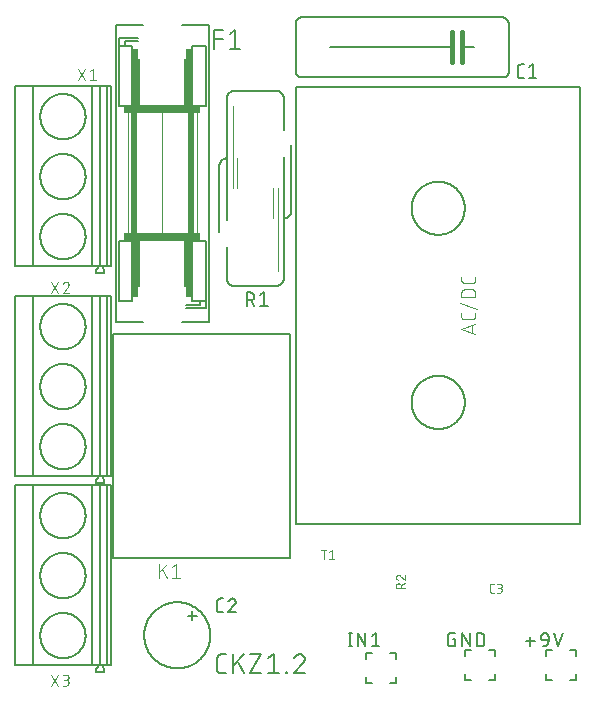
<source format=gbr>
G04 EAGLE Gerber RS-274X export*
G75*
%MOMM*%
%FSLAX34Y34*%
%LPD*%
%INSilkscreen Top*%
%IPPOS*%
%AMOC8*
5,1,8,0,0,1.08239X$1,22.5*%
G01*
%ADD10C,0.152400*%
%ADD11C,0.406400*%
%ADD12C,0.127000*%
%ADD13C,0.203200*%
%ADD14C,0.101600*%
%ADD15C,0.050800*%
%ADD16R,1.143000X0.635000*%
%ADD17R,4.064000X0.635000*%
%ADD18R,0.508000X10.160000*%
%ADD19R,0.127000X3.937000*%
%ADD20R,0.508000X4.826000*%
%ADD21C,0.177800*%
%ADD22C,0.076200*%


D10*
X180707Y18542D02*
X177094Y18542D01*
X176976Y18544D01*
X176858Y18550D01*
X176740Y18559D01*
X176623Y18573D01*
X176506Y18590D01*
X176389Y18611D01*
X176274Y18636D01*
X176159Y18665D01*
X176045Y18698D01*
X175933Y18734D01*
X175822Y18774D01*
X175712Y18817D01*
X175603Y18864D01*
X175496Y18914D01*
X175391Y18969D01*
X175288Y19026D01*
X175187Y19087D01*
X175087Y19151D01*
X174990Y19218D01*
X174895Y19288D01*
X174803Y19362D01*
X174712Y19438D01*
X174625Y19518D01*
X174540Y19600D01*
X174458Y19685D01*
X174378Y19772D01*
X174302Y19863D01*
X174228Y19955D01*
X174158Y20050D01*
X174091Y20147D01*
X174027Y20247D01*
X173966Y20348D01*
X173909Y20451D01*
X173854Y20556D01*
X173804Y20663D01*
X173757Y20772D01*
X173714Y20882D01*
X173674Y20993D01*
X173638Y21105D01*
X173605Y21219D01*
X173576Y21334D01*
X173551Y21449D01*
X173530Y21566D01*
X173513Y21683D01*
X173499Y21800D01*
X173490Y21918D01*
X173484Y22036D01*
X173482Y22154D01*
X173482Y31186D01*
X173484Y31304D01*
X173490Y31422D01*
X173499Y31540D01*
X173513Y31657D01*
X173530Y31774D01*
X173551Y31891D01*
X173576Y32006D01*
X173605Y32121D01*
X173638Y32235D01*
X173674Y32347D01*
X173714Y32458D01*
X173757Y32568D01*
X173804Y32677D01*
X173854Y32784D01*
X173908Y32889D01*
X173966Y32992D01*
X174027Y33093D01*
X174091Y33193D01*
X174158Y33290D01*
X174228Y33385D01*
X174302Y33477D01*
X174378Y33568D01*
X174458Y33655D01*
X174540Y33740D01*
X174625Y33822D01*
X174712Y33902D01*
X174803Y33978D01*
X174895Y34052D01*
X174990Y34122D01*
X175087Y34189D01*
X175187Y34253D01*
X175288Y34314D01*
X175391Y34371D01*
X175496Y34425D01*
X175603Y34476D01*
X175712Y34523D01*
X175822Y34566D01*
X175933Y34606D01*
X176045Y34642D01*
X176159Y34675D01*
X176274Y34704D01*
X176389Y34729D01*
X176506Y34750D01*
X176623Y34767D01*
X176740Y34781D01*
X176858Y34790D01*
X176976Y34796D01*
X177094Y34798D01*
X180707Y34798D01*
X187280Y34798D02*
X187280Y18542D01*
X187280Y24864D02*
X196311Y34798D01*
X190892Y28476D02*
X196311Y18542D01*
X201658Y34798D02*
X210689Y34798D01*
X201658Y18542D01*
X210689Y18542D01*
X216768Y31186D02*
X221283Y34798D01*
X221283Y18542D01*
X216768Y18542D02*
X225799Y18542D01*
X231774Y18542D02*
X231774Y19445D01*
X232677Y19445D01*
X232677Y18542D01*
X231774Y18542D01*
X247683Y30734D02*
X247681Y30859D01*
X247675Y30984D01*
X247666Y31109D01*
X247652Y31233D01*
X247635Y31357D01*
X247614Y31481D01*
X247589Y31603D01*
X247560Y31725D01*
X247528Y31846D01*
X247492Y31966D01*
X247452Y32085D01*
X247409Y32202D01*
X247362Y32318D01*
X247311Y32433D01*
X247257Y32545D01*
X247199Y32657D01*
X247139Y32766D01*
X247074Y32873D01*
X247007Y32979D01*
X246936Y33082D01*
X246862Y33183D01*
X246785Y33282D01*
X246705Y33378D01*
X246622Y33472D01*
X246537Y33563D01*
X246448Y33652D01*
X246357Y33737D01*
X246263Y33820D01*
X246167Y33900D01*
X246068Y33977D01*
X245967Y34051D01*
X245864Y34122D01*
X245758Y34189D01*
X245651Y34254D01*
X245542Y34314D01*
X245430Y34372D01*
X245318Y34426D01*
X245203Y34477D01*
X245087Y34524D01*
X244970Y34567D01*
X244851Y34607D01*
X244731Y34643D01*
X244610Y34675D01*
X244488Y34704D01*
X244366Y34729D01*
X244242Y34750D01*
X244118Y34767D01*
X243994Y34781D01*
X243869Y34790D01*
X243744Y34796D01*
X243619Y34798D01*
X243476Y34796D01*
X243334Y34790D01*
X243191Y34780D01*
X243049Y34767D01*
X242908Y34749D01*
X242766Y34728D01*
X242626Y34703D01*
X242486Y34674D01*
X242347Y34641D01*
X242209Y34604D01*
X242072Y34564D01*
X241937Y34520D01*
X241802Y34472D01*
X241669Y34420D01*
X241537Y34365D01*
X241407Y34306D01*
X241279Y34244D01*
X241152Y34178D01*
X241027Y34109D01*
X240904Y34037D01*
X240784Y33961D01*
X240665Y33882D01*
X240548Y33799D01*
X240434Y33714D01*
X240322Y33625D01*
X240213Y33534D01*
X240106Y33439D01*
X240001Y33342D01*
X239900Y33241D01*
X239801Y33138D01*
X239705Y33033D01*
X239612Y32924D01*
X239522Y32813D01*
X239435Y32700D01*
X239351Y32585D01*
X239271Y32467D01*
X239193Y32347D01*
X239119Y32225D01*
X239049Y32101D01*
X238981Y31975D01*
X238918Y31847D01*
X238857Y31718D01*
X238800Y31587D01*
X238747Y31455D01*
X238698Y31321D01*
X238652Y31186D01*
X246328Y27573D02*
X246422Y27665D01*
X246512Y27759D01*
X246600Y27856D01*
X246685Y27956D01*
X246767Y28058D01*
X246846Y28163D01*
X246921Y28270D01*
X246993Y28379D01*
X247062Y28490D01*
X247128Y28604D01*
X247190Y28719D01*
X247249Y28836D01*
X247304Y28955D01*
X247355Y29075D01*
X247403Y29197D01*
X247448Y29320D01*
X247488Y29444D01*
X247525Y29570D01*
X247558Y29697D01*
X247587Y29824D01*
X247613Y29953D01*
X247634Y30082D01*
X247652Y30212D01*
X247665Y30342D01*
X247675Y30472D01*
X247681Y30603D01*
X247683Y30734D01*
X246328Y27573D02*
X238652Y18542D01*
X247683Y18542D01*
D11*
X381000Y535940D02*
X381000Y548640D01*
X381000Y561340D01*
X372110Y548640D02*
X372110Y535940D01*
X372110Y548640D02*
X372110Y561340D01*
D10*
X372110Y548640D02*
X269240Y548640D01*
X381000Y548640D02*
X391160Y548640D01*
X240030Y528320D02*
X240030Y568960D01*
X245110Y574040D02*
X415290Y574040D01*
X420370Y568960D02*
X420370Y528320D01*
X415290Y523240D02*
X245110Y523240D01*
X244970Y523242D01*
X244830Y523248D01*
X244690Y523257D01*
X244551Y523271D01*
X244412Y523288D01*
X244274Y523309D01*
X244136Y523334D01*
X243999Y523363D01*
X243863Y523395D01*
X243728Y523432D01*
X243594Y523472D01*
X243461Y523515D01*
X243329Y523563D01*
X243198Y523613D01*
X243069Y523668D01*
X242942Y523726D01*
X242816Y523787D01*
X242692Y523852D01*
X242570Y523921D01*
X242450Y523992D01*
X242332Y524067D01*
X242215Y524145D01*
X242101Y524227D01*
X241990Y524311D01*
X241881Y524399D01*
X241774Y524489D01*
X241669Y524583D01*
X241568Y524679D01*
X241469Y524778D01*
X241373Y524879D01*
X241279Y524984D01*
X241189Y525091D01*
X241101Y525200D01*
X241017Y525311D01*
X240935Y525425D01*
X240857Y525542D01*
X240782Y525660D01*
X240711Y525780D01*
X240642Y525902D01*
X240577Y526026D01*
X240516Y526152D01*
X240458Y526279D01*
X240403Y526408D01*
X240353Y526539D01*
X240305Y526671D01*
X240262Y526804D01*
X240222Y526938D01*
X240185Y527073D01*
X240153Y527209D01*
X240124Y527346D01*
X240099Y527484D01*
X240078Y527622D01*
X240061Y527761D01*
X240047Y527900D01*
X240038Y528040D01*
X240032Y528180D01*
X240030Y528320D01*
X240030Y568960D02*
X240032Y569100D01*
X240038Y569240D01*
X240047Y569380D01*
X240061Y569519D01*
X240078Y569658D01*
X240099Y569796D01*
X240124Y569934D01*
X240153Y570071D01*
X240185Y570207D01*
X240222Y570342D01*
X240262Y570476D01*
X240305Y570609D01*
X240353Y570741D01*
X240403Y570872D01*
X240458Y571001D01*
X240516Y571128D01*
X240577Y571254D01*
X240642Y571378D01*
X240711Y571500D01*
X240782Y571620D01*
X240857Y571738D01*
X240935Y571855D01*
X241017Y571969D01*
X241101Y572080D01*
X241189Y572189D01*
X241279Y572296D01*
X241373Y572401D01*
X241469Y572502D01*
X241568Y572601D01*
X241669Y572697D01*
X241774Y572791D01*
X241881Y572881D01*
X241990Y572969D01*
X242101Y573053D01*
X242215Y573135D01*
X242332Y573213D01*
X242450Y573288D01*
X242570Y573359D01*
X242692Y573428D01*
X242816Y573493D01*
X242942Y573554D01*
X243069Y573612D01*
X243198Y573667D01*
X243329Y573717D01*
X243461Y573765D01*
X243594Y573808D01*
X243728Y573848D01*
X243863Y573885D01*
X243999Y573917D01*
X244136Y573946D01*
X244274Y573971D01*
X244412Y573992D01*
X244551Y574009D01*
X244690Y574023D01*
X244830Y574032D01*
X244970Y574038D01*
X245110Y574040D01*
X415290Y574040D02*
X415430Y574038D01*
X415570Y574032D01*
X415710Y574023D01*
X415849Y574009D01*
X415988Y573992D01*
X416126Y573971D01*
X416264Y573946D01*
X416401Y573917D01*
X416537Y573885D01*
X416672Y573848D01*
X416806Y573808D01*
X416939Y573765D01*
X417071Y573717D01*
X417202Y573667D01*
X417331Y573612D01*
X417458Y573554D01*
X417584Y573493D01*
X417708Y573428D01*
X417830Y573359D01*
X417950Y573288D01*
X418068Y573213D01*
X418185Y573135D01*
X418299Y573053D01*
X418410Y572969D01*
X418519Y572881D01*
X418626Y572791D01*
X418731Y572697D01*
X418832Y572601D01*
X418931Y572502D01*
X419027Y572401D01*
X419121Y572296D01*
X419211Y572189D01*
X419299Y572080D01*
X419383Y571969D01*
X419465Y571855D01*
X419543Y571738D01*
X419618Y571620D01*
X419689Y571500D01*
X419758Y571378D01*
X419823Y571254D01*
X419884Y571128D01*
X419942Y571001D01*
X419997Y570872D01*
X420047Y570741D01*
X420095Y570609D01*
X420138Y570476D01*
X420178Y570342D01*
X420215Y570207D01*
X420247Y570071D01*
X420276Y569934D01*
X420301Y569796D01*
X420322Y569658D01*
X420339Y569519D01*
X420353Y569380D01*
X420362Y569240D01*
X420368Y569100D01*
X420370Y568960D01*
X420370Y528320D02*
X420368Y528180D01*
X420362Y528040D01*
X420353Y527900D01*
X420339Y527761D01*
X420322Y527622D01*
X420301Y527484D01*
X420276Y527346D01*
X420247Y527209D01*
X420215Y527073D01*
X420178Y526938D01*
X420138Y526804D01*
X420095Y526671D01*
X420047Y526539D01*
X419997Y526408D01*
X419942Y526279D01*
X419884Y526152D01*
X419823Y526026D01*
X419758Y525902D01*
X419689Y525780D01*
X419618Y525660D01*
X419543Y525542D01*
X419465Y525425D01*
X419383Y525311D01*
X419299Y525200D01*
X419211Y525091D01*
X419121Y524984D01*
X419027Y524879D01*
X418931Y524778D01*
X418832Y524679D01*
X418731Y524583D01*
X418626Y524489D01*
X418519Y524399D01*
X418410Y524311D01*
X418299Y524227D01*
X418185Y524145D01*
X418068Y524067D01*
X417950Y523992D01*
X417830Y523921D01*
X417708Y523852D01*
X417584Y523787D01*
X417458Y523726D01*
X417331Y523668D01*
X417202Y523613D01*
X417071Y523563D01*
X416939Y523515D01*
X416806Y523472D01*
X416672Y523432D01*
X416537Y523395D01*
X416401Y523363D01*
X416264Y523334D01*
X416126Y523309D01*
X415988Y523288D01*
X415849Y523271D01*
X415710Y523257D01*
X415570Y523248D01*
X415430Y523242D01*
X415290Y523240D01*
D12*
X430493Y522605D02*
X433033Y522605D01*
X430493Y522605D02*
X430393Y522607D01*
X430294Y522613D01*
X430194Y522623D01*
X430096Y522636D01*
X429997Y522654D01*
X429900Y522675D01*
X429804Y522700D01*
X429708Y522729D01*
X429614Y522762D01*
X429521Y522798D01*
X429430Y522838D01*
X429340Y522882D01*
X429252Y522929D01*
X429166Y522979D01*
X429082Y523033D01*
X429000Y523090D01*
X428921Y523150D01*
X428843Y523214D01*
X428769Y523280D01*
X428697Y523349D01*
X428628Y523421D01*
X428562Y523495D01*
X428498Y523573D01*
X428438Y523652D01*
X428381Y523734D01*
X428327Y523818D01*
X428277Y523904D01*
X428230Y523992D01*
X428186Y524082D01*
X428146Y524173D01*
X428110Y524266D01*
X428077Y524360D01*
X428048Y524456D01*
X428023Y524552D01*
X428002Y524649D01*
X427984Y524748D01*
X427971Y524846D01*
X427961Y524946D01*
X427955Y525045D01*
X427953Y525145D01*
X427953Y531495D01*
X427955Y531595D01*
X427961Y531694D01*
X427971Y531794D01*
X427984Y531892D01*
X428002Y531991D01*
X428023Y532088D01*
X428048Y532184D01*
X428077Y532280D01*
X428110Y532374D01*
X428146Y532467D01*
X428186Y532558D01*
X428230Y532648D01*
X428277Y532736D01*
X428327Y532822D01*
X428381Y532906D01*
X428438Y532988D01*
X428498Y533067D01*
X428562Y533145D01*
X428628Y533219D01*
X428697Y533291D01*
X428769Y533360D01*
X428843Y533426D01*
X428921Y533490D01*
X429000Y533550D01*
X429082Y533607D01*
X429166Y533661D01*
X429252Y533711D01*
X429340Y533758D01*
X429430Y533802D01*
X429521Y533842D01*
X429614Y533878D01*
X429708Y533911D01*
X429804Y533940D01*
X429900Y533965D01*
X429997Y533986D01*
X430096Y534004D01*
X430194Y534017D01*
X430294Y534027D01*
X430393Y534033D01*
X430493Y534035D01*
X433033Y534035D01*
X437515Y531495D02*
X440690Y534035D01*
X440690Y522605D01*
X437515Y522605D02*
X443865Y522605D01*
D13*
X83680Y515409D02*
X83680Y363009D01*
X17937Y363009D02*
X17937Y515409D01*
X62735Y363009D02*
X67659Y363009D01*
X76450Y363009D02*
X76450Y361722D01*
X72310Y361722D02*
X72310Y363009D01*
X74459Y363009D01*
X76450Y363009D01*
X70810Y359939D02*
X70810Y357309D01*
X77950Y357309D02*
X77950Y359939D01*
X72310Y363009D02*
X67659Y363009D01*
X76450Y361722D02*
X77950Y359939D01*
X77950Y357309D02*
X70810Y357309D01*
X22767Y363009D02*
X17937Y363009D01*
X22767Y363009D02*
X62735Y363009D01*
X70810Y359939D02*
X72310Y361722D01*
X67659Y363009D02*
X67659Y515409D01*
X62735Y515409D01*
X74459Y515409D02*
X74459Y363009D01*
X74459Y515409D02*
X67659Y515409D01*
X62735Y515409D02*
X22767Y515409D01*
X17937Y515409D01*
X2680Y515409D01*
X76450Y363009D02*
X80680Y363009D01*
X80680Y515409D02*
X74459Y515409D01*
X2680Y515409D02*
X2680Y363009D01*
X17937Y363009D01*
X80680Y363009D02*
X80680Y515409D01*
X80680Y363009D02*
X83680Y363009D01*
X83680Y515409D02*
X80680Y515409D01*
X23780Y388409D02*
X23786Y388879D01*
X23803Y389349D01*
X23832Y389818D01*
X23872Y390286D01*
X23924Y390753D01*
X23987Y391219D01*
X24062Y391683D01*
X24148Y392145D01*
X24245Y392605D01*
X24354Y393062D01*
X24474Y393517D01*
X24605Y393968D01*
X24747Y394416D01*
X24899Y394860D01*
X25063Y395301D01*
X25238Y395737D01*
X25423Y396169D01*
X25619Y396597D01*
X25825Y397019D01*
X26041Y397436D01*
X26268Y397848D01*
X26504Y398254D01*
X26751Y398654D01*
X27007Y399048D01*
X27273Y399436D01*
X27549Y399817D01*
X27833Y400191D01*
X28127Y400558D01*
X28429Y400917D01*
X28741Y401269D01*
X29061Y401614D01*
X29389Y401950D01*
X29725Y402278D01*
X30070Y402598D01*
X30422Y402910D01*
X30781Y403212D01*
X31148Y403506D01*
X31522Y403790D01*
X31903Y404066D01*
X32291Y404332D01*
X32685Y404588D01*
X33085Y404835D01*
X33491Y405071D01*
X33903Y405298D01*
X34320Y405514D01*
X34742Y405720D01*
X35170Y405916D01*
X35602Y406101D01*
X36038Y406276D01*
X36479Y406440D01*
X36923Y406592D01*
X37371Y406734D01*
X37822Y406865D01*
X38277Y406985D01*
X38734Y407094D01*
X39194Y407191D01*
X39656Y407277D01*
X40120Y407352D01*
X40586Y407415D01*
X41053Y407467D01*
X41521Y407507D01*
X41990Y407536D01*
X42460Y407553D01*
X42930Y407559D01*
X43400Y407553D01*
X43870Y407536D01*
X44339Y407507D01*
X44807Y407467D01*
X45274Y407415D01*
X45740Y407352D01*
X46204Y407277D01*
X46666Y407191D01*
X47126Y407094D01*
X47583Y406985D01*
X48038Y406865D01*
X48489Y406734D01*
X48937Y406592D01*
X49381Y406440D01*
X49822Y406276D01*
X50258Y406101D01*
X50690Y405916D01*
X51118Y405720D01*
X51540Y405514D01*
X51957Y405298D01*
X52369Y405071D01*
X52775Y404835D01*
X53175Y404588D01*
X53569Y404332D01*
X53957Y404066D01*
X54338Y403790D01*
X54712Y403506D01*
X55079Y403212D01*
X55438Y402910D01*
X55790Y402598D01*
X56135Y402278D01*
X56471Y401950D01*
X56799Y401614D01*
X57119Y401269D01*
X57431Y400917D01*
X57733Y400558D01*
X58027Y400191D01*
X58311Y399817D01*
X58587Y399436D01*
X58853Y399048D01*
X59109Y398654D01*
X59356Y398254D01*
X59592Y397848D01*
X59819Y397436D01*
X60035Y397019D01*
X60241Y396597D01*
X60437Y396169D01*
X60622Y395737D01*
X60797Y395301D01*
X60961Y394860D01*
X61113Y394416D01*
X61255Y393968D01*
X61386Y393517D01*
X61506Y393062D01*
X61615Y392605D01*
X61712Y392145D01*
X61798Y391683D01*
X61873Y391219D01*
X61936Y390753D01*
X61988Y390286D01*
X62028Y389818D01*
X62057Y389349D01*
X62074Y388879D01*
X62080Y388409D01*
X62074Y387939D01*
X62057Y387469D01*
X62028Y387000D01*
X61988Y386532D01*
X61936Y386065D01*
X61873Y385599D01*
X61798Y385135D01*
X61712Y384673D01*
X61615Y384213D01*
X61506Y383756D01*
X61386Y383301D01*
X61255Y382850D01*
X61113Y382402D01*
X60961Y381958D01*
X60797Y381517D01*
X60622Y381081D01*
X60437Y380649D01*
X60241Y380221D01*
X60035Y379799D01*
X59819Y379382D01*
X59592Y378970D01*
X59356Y378564D01*
X59109Y378164D01*
X58853Y377770D01*
X58587Y377382D01*
X58311Y377001D01*
X58027Y376627D01*
X57733Y376260D01*
X57431Y375901D01*
X57119Y375549D01*
X56799Y375204D01*
X56471Y374868D01*
X56135Y374540D01*
X55790Y374220D01*
X55438Y373908D01*
X55079Y373606D01*
X54712Y373312D01*
X54338Y373028D01*
X53957Y372752D01*
X53569Y372486D01*
X53175Y372230D01*
X52775Y371983D01*
X52369Y371747D01*
X51957Y371520D01*
X51540Y371304D01*
X51118Y371098D01*
X50690Y370902D01*
X50258Y370717D01*
X49822Y370542D01*
X49381Y370378D01*
X48937Y370226D01*
X48489Y370084D01*
X48038Y369953D01*
X47583Y369833D01*
X47126Y369724D01*
X46666Y369627D01*
X46204Y369541D01*
X45740Y369466D01*
X45274Y369403D01*
X44807Y369351D01*
X44339Y369311D01*
X43870Y369282D01*
X43400Y369265D01*
X42930Y369259D01*
X42460Y369265D01*
X41990Y369282D01*
X41521Y369311D01*
X41053Y369351D01*
X40586Y369403D01*
X40120Y369466D01*
X39656Y369541D01*
X39194Y369627D01*
X38734Y369724D01*
X38277Y369833D01*
X37822Y369953D01*
X37371Y370084D01*
X36923Y370226D01*
X36479Y370378D01*
X36038Y370542D01*
X35602Y370717D01*
X35170Y370902D01*
X34742Y371098D01*
X34320Y371304D01*
X33903Y371520D01*
X33491Y371747D01*
X33085Y371983D01*
X32685Y372230D01*
X32291Y372486D01*
X31903Y372752D01*
X31522Y373028D01*
X31148Y373312D01*
X30781Y373606D01*
X30422Y373908D01*
X30070Y374220D01*
X29725Y374540D01*
X29389Y374868D01*
X29061Y375204D01*
X28741Y375549D01*
X28429Y375901D01*
X28127Y376260D01*
X27833Y376627D01*
X27549Y377001D01*
X27273Y377382D01*
X27007Y377770D01*
X26751Y378164D01*
X26504Y378564D01*
X26268Y378970D01*
X26041Y379382D01*
X25825Y379799D01*
X25619Y380221D01*
X25423Y380649D01*
X25238Y381081D01*
X25063Y381517D01*
X24899Y381958D01*
X24747Y382402D01*
X24605Y382850D01*
X24474Y383301D01*
X24354Y383756D01*
X24245Y384213D01*
X24148Y384673D01*
X24062Y385135D01*
X23987Y385599D01*
X23924Y386065D01*
X23872Y386532D01*
X23832Y387000D01*
X23803Y387469D01*
X23786Y387939D01*
X23780Y388409D01*
X23780Y439209D02*
X23786Y439679D01*
X23803Y440149D01*
X23832Y440618D01*
X23872Y441086D01*
X23924Y441553D01*
X23987Y442019D01*
X24062Y442483D01*
X24148Y442945D01*
X24245Y443405D01*
X24354Y443862D01*
X24474Y444317D01*
X24605Y444768D01*
X24747Y445216D01*
X24899Y445660D01*
X25063Y446101D01*
X25238Y446537D01*
X25423Y446969D01*
X25619Y447397D01*
X25825Y447819D01*
X26041Y448236D01*
X26268Y448648D01*
X26504Y449054D01*
X26751Y449454D01*
X27007Y449848D01*
X27273Y450236D01*
X27549Y450617D01*
X27833Y450991D01*
X28127Y451358D01*
X28429Y451717D01*
X28741Y452069D01*
X29061Y452414D01*
X29389Y452750D01*
X29725Y453078D01*
X30070Y453398D01*
X30422Y453710D01*
X30781Y454012D01*
X31148Y454306D01*
X31522Y454590D01*
X31903Y454866D01*
X32291Y455132D01*
X32685Y455388D01*
X33085Y455635D01*
X33491Y455871D01*
X33903Y456098D01*
X34320Y456314D01*
X34742Y456520D01*
X35170Y456716D01*
X35602Y456901D01*
X36038Y457076D01*
X36479Y457240D01*
X36923Y457392D01*
X37371Y457534D01*
X37822Y457665D01*
X38277Y457785D01*
X38734Y457894D01*
X39194Y457991D01*
X39656Y458077D01*
X40120Y458152D01*
X40586Y458215D01*
X41053Y458267D01*
X41521Y458307D01*
X41990Y458336D01*
X42460Y458353D01*
X42930Y458359D01*
X43400Y458353D01*
X43870Y458336D01*
X44339Y458307D01*
X44807Y458267D01*
X45274Y458215D01*
X45740Y458152D01*
X46204Y458077D01*
X46666Y457991D01*
X47126Y457894D01*
X47583Y457785D01*
X48038Y457665D01*
X48489Y457534D01*
X48937Y457392D01*
X49381Y457240D01*
X49822Y457076D01*
X50258Y456901D01*
X50690Y456716D01*
X51118Y456520D01*
X51540Y456314D01*
X51957Y456098D01*
X52369Y455871D01*
X52775Y455635D01*
X53175Y455388D01*
X53569Y455132D01*
X53957Y454866D01*
X54338Y454590D01*
X54712Y454306D01*
X55079Y454012D01*
X55438Y453710D01*
X55790Y453398D01*
X56135Y453078D01*
X56471Y452750D01*
X56799Y452414D01*
X57119Y452069D01*
X57431Y451717D01*
X57733Y451358D01*
X58027Y450991D01*
X58311Y450617D01*
X58587Y450236D01*
X58853Y449848D01*
X59109Y449454D01*
X59356Y449054D01*
X59592Y448648D01*
X59819Y448236D01*
X60035Y447819D01*
X60241Y447397D01*
X60437Y446969D01*
X60622Y446537D01*
X60797Y446101D01*
X60961Y445660D01*
X61113Y445216D01*
X61255Y444768D01*
X61386Y444317D01*
X61506Y443862D01*
X61615Y443405D01*
X61712Y442945D01*
X61798Y442483D01*
X61873Y442019D01*
X61936Y441553D01*
X61988Y441086D01*
X62028Y440618D01*
X62057Y440149D01*
X62074Y439679D01*
X62080Y439209D01*
X62074Y438739D01*
X62057Y438269D01*
X62028Y437800D01*
X61988Y437332D01*
X61936Y436865D01*
X61873Y436399D01*
X61798Y435935D01*
X61712Y435473D01*
X61615Y435013D01*
X61506Y434556D01*
X61386Y434101D01*
X61255Y433650D01*
X61113Y433202D01*
X60961Y432758D01*
X60797Y432317D01*
X60622Y431881D01*
X60437Y431449D01*
X60241Y431021D01*
X60035Y430599D01*
X59819Y430182D01*
X59592Y429770D01*
X59356Y429364D01*
X59109Y428964D01*
X58853Y428570D01*
X58587Y428182D01*
X58311Y427801D01*
X58027Y427427D01*
X57733Y427060D01*
X57431Y426701D01*
X57119Y426349D01*
X56799Y426004D01*
X56471Y425668D01*
X56135Y425340D01*
X55790Y425020D01*
X55438Y424708D01*
X55079Y424406D01*
X54712Y424112D01*
X54338Y423828D01*
X53957Y423552D01*
X53569Y423286D01*
X53175Y423030D01*
X52775Y422783D01*
X52369Y422547D01*
X51957Y422320D01*
X51540Y422104D01*
X51118Y421898D01*
X50690Y421702D01*
X50258Y421517D01*
X49822Y421342D01*
X49381Y421178D01*
X48937Y421026D01*
X48489Y420884D01*
X48038Y420753D01*
X47583Y420633D01*
X47126Y420524D01*
X46666Y420427D01*
X46204Y420341D01*
X45740Y420266D01*
X45274Y420203D01*
X44807Y420151D01*
X44339Y420111D01*
X43870Y420082D01*
X43400Y420065D01*
X42930Y420059D01*
X42460Y420065D01*
X41990Y420082D01*
X41521Y420111D01*
X41053Y420151D01*
X40586Y420203D01*
X40120Y420266D01*
X39656Y420341D01*
X39194Y420427D01*
X38734Y420524D01*
X38277Y420633D01*
X37822Y420753D01*
X37371Y420884D01*
X36923Y421026D01*
X36479Y421178D01*
X36038Y421342D01*
X35602Y421517D01*
X35170Y421702D01*
X34742Y421898D01*
X34320Y422104D01*
X33903Y422320D01*
X33491Y422547D01*
X33085Y422783D01*
X32685Y423030D01*
X32291Y423286D01*
X31903Y423552D01*
X31522Y423828D01*
X31148Y424112D01*
X30781Y424406D01*
X30422Y424708D01*
X30070Y425020D01*
X29725Y425340D01*
X29389Y425668D01*
X29061Y426004D01*
X28741Y426349D01*
X28429Y426701D01*
X28127Y427060D01*
X27833Y427427D01*
X27549Y427801D01*
X27273Y428182D01*
X27007Y428570D01*
X26751Y428964D01*
X26504Y429364D01*
X26268Y429770D01*
X26041Y430182D01*
X25825Y430599D01*
X25619Y431021D01*
X25423Y431449D01*
X25238Y431881D01*
X25063Y432317D01*
X24899Y432758D01*
X24747Y433202D01*
X24605Y433650D01*
X24474Y434101D01*
X24354Y434556D01*
X24245Y435013D01*
X24148Y435473D01*
X24062Y435935D01*
X23987Y436399D01*
X23924Y436865D01*
X23872Y437332D01*
X23832Y437800D01*
X23803Y438269D01*
X23786Y438739D01*
X23780Y439209D01*
X23780Y490009D02*
X23786Y490479D01*
X23803Y490949D01*
X23832Y491418D01*
X23872Y491886D01*
X23924Y492353D01*
X23987Y492819D01*
X24062Y493283D01*
X24148Y493745D01*
X24245Y494205D01*
X24354Y494662D01*
X24474Y495117D01*
X24605Y495568D01*
X24747Y496016D01*
X24899Y496460D01*
X25063Y496901D01*
X25238Y497337D01*
X25423Y497769D01*
X25619Y498197D01*
X25825Y498619D01*
X26041Y499036D01*
X26268Y499448D01*
X26504Y499854D01*
X26751Y500254D01*
X27007Y500648D01*
X27273Y501036D01*
X27549Y501417D01*
X27833Y501791D01*
X28127Y502158D01*
X28429Y502517D01*
X28741Y502869D01*
X29061Y503214D01*
X29389Y503550D01*
X29725Y503878D01*
X30070Y504198D01*
X30422Y504510D01*
X30781Y504812D01*
X31148Y505106D01*
X31522Y505390D01*
X31903Y505666D01*
X32291Y505932D01*
X32685Y506188D01*
X33085Y506435D01*
X33491Y506671D01*
X33903Y506898D01*
X34320Y507114D01*
X34742Y507320D01*
X35170Y507516D01*
X35602Y507701D01*
X36038Y507876D01*
X36479Y508040D01*
X36923Y508192D01*
X37371Y508334D01*
X37822Y508465D01*
X38277Y508585D01*
X38734Y508694D01*
X39194Y508791D01*
X39656Y508877D01*
X40120Y508952D01*
X40586Y509015D01*
X41053Y509067D01*
X41521Y509107D01*
X41990Y509136D01*
X42460Y509153D01*
X42930Y509159D01*
X43400Y509153D01*
X43870Y509136D01*
X44339Y509107D01*
X44807Y509067D01*
X45274Y509015D01*
X45740Y508952D01*
X46204Y508877D01*
X46666Y508791D01*
X47126Y508694D01*
X47583Y508585D01*
X48038Y508465D01*
X48489Y508334D01*
X48937Y508192D01*
X49381Y508040D01*
X49822Y507876D01*
X50258Y507701D01*
X50690Y507516D01*
X51118Y507320D01*
X51540Y507114D01*
X51957Y506898D01*
X52369Y506671D01*
X52775Y506435D01*
X53175Y506188D01*
X53569Y505932D01*
X53957Y505666D01*
X54338Y505390D01*
X54712Y505106D01*
X55079Y504812D01*
X55438Y504510D01*
X55790Y504198D01*
X56135Y503878D01*
X56471Y503550D01*
X56799Y503214D01*
X57119Y502869D01*
X57431Y502517D01*
X57733Y502158D01*
X58027Y501791D01*
X58311Y501417D01*
X58587Y501036D01*
X58853Y500648D01*
X59109Y500254D01*
X59356Y499854D01*
X59592Y499448D01*
X59819Y499036D01*
X60035Y498619D01*
X60241Y498197D01*
X60437Y497769D01*
X60622Y497337D01*
X60797Y496901D01*
X60961Y496460D01*
X61113Y496016D01*
X61255Y495568D01*
X61386Y495117D01*
X61506Y494662D01*
X61615Y494205D01*
X61712Y493745D01*
X61798Y493283D01*
X61873Y492819D01*
X61936Y492353D01*
X61988Y491886D01*
X62028Y491418D01*
X62057Y490949D01*
X62074Y490479D01*
X62080Y490009D01*
X62074Y489539D01*
X62057Y489069D01*
X62028Y488600D01*
X61988Y488132D01*
X61936Y487665D01*
X61873Y487199D01*
X61798Y486735D01*
X61712Y486273D01*
X61615Y485813D01*
X61506Y485356D01*
X61386Y484901D01*
X61255Y484450D01*
X61113Y484002D01*
X60961Y483558D01*
X60797Y483117D01*
X60622Y482681D01*
X60437Y482249D01*
X60241Y481821D01*
X60035Y481399D01*
X59819Y480982D01*
X59592Y480570D01*
X59356Y480164D01*
X59109Y479764D01*
X58853Y479370D01*
X58587Y478982D01*
X58311Y478601D01*
X58027Y478227D01*
X57733Y477860D01*
X57431Y477501D01*
X57119Y477149D01*
X56799Y476804D01*
X56471Y476468D01*
X56135Y476140D01*
X55790Y475820D01*
X55438Y475508D01*
X55079Y475206D01*
X54712Y474912D01*
X54338Y474628D01*
X53957Y474352D01*
X53569Y474086D01*
X53175Y473830D01*
X52775Y473583D01*
X52369Y473347D01*
X51957Y473120D01*
X51540Y472904D01*
X51118Y472698D01*
X50690Y472502D01*
X50258Y472317D01*
X49822Y472142D01*
X49381Y471978D01*
X48937Y471826D01*
X48489Y471684D01*
X48038Y471553D01*
X47583Y471433D01*
X47126Y471324D01*
X46666Y471227D01*
X46204Y471141D01*
X45740Y471066D01*
X45274Y471003D01*
X44807Y470951D01*
X44339Y470911D01*
X43870Y470882D01*
X43400Y470865D01*
X42930Y470859D01*
X42460Y470865D01*
X41990Y470882D01*
X41521Y470911D01*
X41053Y470951D01*
X40586Y471003D01*
X40120Y471066D01*
X39656Y471141D01*
X39194Y471227D01*
X38734Y471324D01*
X38277Y471433D01*
X37822Y471553D01*
X37371Y471684D01*
X36923Y471826D01*
X36479Y471978D01*
X36038Y472142D01*
X35602Y472317D01*
X35170Y472502D01*
X34742Y472698D01*
X34320Y472904D01*
X33903Y473120D01*
X33491Y473347D01*
X33085Y473583D01*
X32685Y473830D01*
X32291Y474086D01*
X31903Y474352D01*
X31522Y474628D01*
X31148Y474912D01*
X30781Y475206D01*
X30422Y475508D01*
X30070Y475820D01*
X29725Y476140D01*
X29389Y476468D01*
X29061Y476804D01*
X28741Y477149D01*
X28429Y477501D01*
X28127Y477860D01*
X27833Y478227D01*
X27549Y478601D01*
X27273Y478982D01*
X27007Y479370D01*
X26751Y479764D01*
X26504Y480164D01*
X26268Y480570D01*
X26041Y480982D01*
X25825Y481399D01*
X25619Y481821D01*
X25423Y482249D01*
X25238Y482681D01*
X25063Y483117D01*
X24899Y483558D01*
X24747Y484002D01*
X24605Y484450D01*
X24474Y484901D01*
X24354Y485356D01*
X24245Y485813D01*
X24148Y486273D01*
X24062Y486735D01*
X23987Y487199D01*
X23924Y487665D01*
X23872Y488132D01*
X23832Y488600D01*
X23803Y489069D01*
X23786Y489539D01*
X23780Y490009D01*
D14*
X55880Y521208D02*
X61976Y530352D01*
X55880Y530352D02*
X61976Y521208D01*
X65532Y528320D02*
X68072Y530352D01*
X68072Y521208D01*
X65532Y521208D02*
X70612Y521208D01*
D13*
X83680Y337609D02*
X83680Y185209D01*
X17937Y185209D02*
X17937Y337609D01*
X62735Y185209D02*
X67659Y185209D01*
X76450Y185209D02*
X76450Y183922D01*
X72310Y183922D02*
X72310Y185209D01*
X74459Y185209D01*
X76450Y185209D01*
X70810Y182139D02*
X70810Y179509D01*
X77950Y179509D02*
X77950Y182139D01*
X72310Y185209D02*
X67659Y185209D01*
X76450Y183922D02*
X77950Y182139D01*
X77950Y179509D02*
X70810Y179509D01*
X22767Y185209D02*
X17937Y185209D01*
X22767Y185209D02*
X62735Y185209D01*
X70810Y182139D02*
X72310Y183922D01*
X67659Y185209D02*
X67659Y337609D01*
X62735Y337609D01*
X74459Y337609D02*
X74459Y185209D01*
X74459Y337609D02*
X67659Y337609D01*
X62735Y337609D02*
X22767Y337609D01*
X17937Y337609D01*
X2680Y337609D01*
X76450Y185209D02*
X80680Y185209D01*
X80680Y337609D02*
X74459Y337609D01*
X2680Y337609D02*
X2680Y185209D01*
X17937Y185209D01*
X80680Y185209D02*
X80680Y337609D01*
X80680Y185209D02*
X83680Y185209D01*
X83680Y337609D02*
X80680Y337609D01*
X23780Y210609D02*
X23786Y211079D01*
X23803Y211549D01*
X23832Y212018D01*
X23872Y212486D01*
X23924Y212953D01*
X23987Y213419D01*
X24062Y213883D01*
X24148Y214345D01*
X24245Y214805D01*
X24354Y215262D01*
X24474Y215717D01*
X24605Y216168D01*
X24747Y216616D01*
X24899Y217060D01*
X25063Y217501D01*
X25238Y217937D01*
X25423Y218369D01*
X25619Y218797D01*
X25825Y219219D01*
X26041Y219636D01*
X26268Y220048D01*
X26504Y220454D01*
X26751Y220854D01*
X27007Y221248D01*
X27273Y221636D01*
X27549Y222017D01*
X27833Y222391D01*
X28127Y222758D01*
X28429Y223117D01*
X28741Y223469D01*
X29061Y223814D01*
X29389Y224150D01*
X29725Y224478D01*
X30070Y224798D01*
X30422Y225110D01*
X30781Y225412D01*
X31148Y225706D01*
X31522Y225990D01*
X31903Y226266D01*
X32291Y226532D01*
X32685Y226788D01*
X33085Y227035D01*
X33491Y227271D01*
X33903Y227498D01*
X34320Y227714D01*
X34742Y227920D01*
X35170Y228116D01*
X35602Y228301D01*
X36038Y228476D01*
X36479Y228640D01*
X36923Y228792D01*
X37371Y228934D01*
X37822Y229065D01*
X38277Y229185D01*
X38734Y229294D01*
X39194Y229391D01*
X39656Y229477D01*
X40120Y229552D01*
X40586Y229615D01*
X41053Y229667D01*
X41521Y229707D01*
X41990Y229736D01*
X42460Y229753D01*
X42930Y229759D01*
X43400Y229753D01*
X43870Y229736D01*
X44339Y229707D01*
X44807Y229667D01*
X45274Y229615D01*
X45740Y229552D01*
X46204Y229477D01*
X46666Y229391D01*
X47126Y229294D01*
X47583Y229185D01*
X48038Y229065D01*
X48489Y228934D01*
X48937Y228792D01*
X49381Y228640D01*
X49822Y228476D01*
X50258Y228301D01*
X50690Y228116D01*
X51118Y227920D01*
X51540Y227714D01*
X51957Y227498D01*
X52369Y227271D01*
X52775Y227035D01*
X53175Y226788D01*
X53569Y226532D01*
X53957Y226266D01*
X54338Y225990D01*
X54712Y225706D01*
X55079Y225412D01*
X55438Y225110D01*
X55790Y224798D01*
X56135Y224478D01*
X56471Y224150D01*
X56799Y223814D01*
X57119Y223469D01*
X57431Y223117D01*
X57733Y222758D01*
X58027Y222391D01*
X58311Y222017D01*
X58587Y221636D01*
X58853Y221248D01*
X59109Y220854D01*
X59356Y220454D01*
X59592Y220048D01*
X59819Y219636D01*
X60035Y219219D01*
X60241Y218797D01*
X60437Y218369D01*
X60622Y217937D01*
X60797Y217501D01*
X60961Y217060D01*
X61113Y216616D01*
X61255Y216168D01*
X61386Y215717D01*
X61506Y215262D01*
X61615Y214805D01*
X61712Y214345D01*
X61798Y213883D01*
X61873Y213419D01*
X61936Y212953D01*
X61988Y212486D01*
X62028Y212018D01*
X62057Y211549D01*
X62074Y211079D01*
X62080Y210609D01*
X62074Y210139D01*
X62057Y209669D01*
X62028Y209200D01*
X61988Y208732D01*
X61936Y208265D01*
X61873Y207799D01*
X61798Y207335D01*
X61712Y206873D01*
X61615Y206413D01*
X61506Y205956D01*
X61386Y205501D01*
X61255Y205050D01*
X61113Y204602D01*
X60961Y204158D01*
X60797Y203717D01*
X60622Y203281D01*
X60437Y202849D01*
X60241Y202421D01*
X60035Y201999D01*
X59819Y201582D01*
X59592Y201170D01*
X59356Y200764D01*
X59109Y200364D01*
X58853Y199970D01*
X58587Y199582D01*
X58311Y199201D01*
X58027Y198827D01*
X57733Y198460D01*
X57431Y198101D01*
X57119Y197749D01*
X56799Y197404D01*
X56471Y197068D01*
X56135Y196740D01*
X55790Y196420D01*
X55438Y196108D01*
X55079Y195806D01*
X54712Y195512D01*
X54338Y195228D01*
X53957Y194952D01*
X53569Y194686D01*
X53175Y194430D01*
X52775Y194183D01*
X52369Y193947D01*
X51957Y193720D01*
X51540Y193504D01*
X51118Y193298D01*
X50690Y193102D01*
X50258Y192917D01*
X49822Y192742D01*
X49381Y192578D01*
X48937Y192426D01*
X48489Y192284D01*
X48038Y192153D01*
X47583Y192033D01*
X47126Y191924D01*
X46666Y191827D01*
X46204Y191741D01*
X45740Y191666D01*
X45274Y191603D01*
X44807Y191551D01*
X44339Y191511D01*
X43870Y191482D01*
X43400Y191465D01*
X42930Y191459D01*
X42460Y191465D01*
X41990Y191482D01*
X41521Y191511D01*
X41053Y191551D01*
X40586Y191603D01*
X40120Y191666D01*
X39656Y191741D01*
X39194Y191827D01*
X38734Y191924D01*
X38277Y192033D01*
X37822Y192153D01*
X37371Y192284D01*
X36923Y192426D01*
X36479Y192578D01*
X36038Y192742D01*
X35602Y192917D01*
X35170Y193102D01*
X34742Y193298D01*
X34320Y193504D01*
X33903Y193720D01*
X33491Y193947D01*
X33085Y194183D01*
X32685Y194430D01*
X32291Y194686D01*
X31903Y194952D01*
X31522Y195228D01*
X31148Y195512D01*
X30781Y195806D01*
X30422Y196108D01*
X30070Y196420D01*
X29725Y196740D01*
X29389Y197068D01*
X29061Y197404D01*
X28741Y197749D01*
X28429Y198101D01*
X28127Y198460D01*
X27833Y198827D01*
X27549Y199201D01*
X27273Y199582D01*
X27007Y199970D01*
X26751Y200364D01*
X26504Y200764D01*
X26268Y201170D01*
X26041Y201582D01*
X25825Y201999D01*
X25619Y202421D01*
X25423Y202849D01*
X25238Y203281D01*
X25063Y203717D01*
X24899Y204158D01*
X24747Y204602D01*
X24605Y205050D01*
X24474Y205501D01*
X24354Y205956D01*
X24245Y206413D01*
X24148Y206873D01*
X24062Y207335D01*
X23987Y207799D01*
X23924Y208265D01*
X23872Y208732D01*
X23832Y209200D01*
X23803Y209669D01*
X23786Y210139D01*
X23780Y210609D01*
X23780Y261409D02*
X23786Y261879D01*
X23803Y262349D01*
X23832Y262818D01*
X23872Y263286D01*
X23924Y263753D01*
X23987Y264219D01*
X24062Y264683D01*
X24148Y265145D01*
X24245Y265605D01*
X24354Y266062D01*
X24474Y266517D01*
X24605Y266968D01*
X24747Y267416D01*
X24899Y267860D01*
X25063Y268301D01*
X25238Y268737D01*
X25423Y269169D01*
X25619Y269597D01*
X25825Y270019D01*
X26041Y270436D01*
X26268Y270848D01*
X26504Y271254D01*
X26751Y271654D01*
X27007Y272048D01*
X27273Y272436D01*
X27549Y272817D01*
X27833Y273191D01*
X28127Y273558D01*
X28429Y273917D01*
X28741Y274269D01*
X29061Y274614D01*
X29389Y274950D01*
X29725Y275278D01*
X30070Y275598D01*
X30422Y275910D01*
X30781Y276212D01*
X31148Y276506D01*
X31522Y276790D01*
X31903Y277066D01*
X32291Y277332D01*
X32685Y277588D01*
X33085Y277835D01*
X33491Y278071D01*
X33903Y278298D01*
X34320Y278514D01*
X34742Y278720D01*
X35170Y278916D01*
X35602Y279101D01*
X36038Y279276D01*
X36479Y279440D01*
X36923Y279592D01*
X37371Y279734D01*
X37822Y279865D01*
X38277Y279985D01*
X38734Y280094D01*
X39194Y280191D01*
X39656Y280277D01*
X40120Y280352D01*
X40586Y280415D01*
X41053Y280467D01*
X41521Y280507D01*
X41990Y280536D01*
X42460Y280553D01*
X42930Y280559D01*
X43400Y280553D01*
X43870Y280536D01*
X44339Y280507D01*
X44807Y280467D01*
X45274Y280415D01*
X45740Y280352D01*
X46204Y280277D01*
X46666Y280191D01*
X47126Y280094D01*
X47583Y279985D01*
X48038Y279865D01*
X48489Y279734D01*
X48937Y279592D01*
X49381Y279440D01*
X49822Y279276D01*
X50258Y279101D01*
X50690Y278916D01*
X51118Y278720D01*
X51540Y278514D01*
X51957Y278298D01*
X52369Y278071D01*
X52775Y277835D01*
X53175Y277588D01*
X53569Y277332D01*
X53957Y277066D01*
X54338Y276790D01*
X54712Y276506D01*
X55079Y276212D01*
X55438Y275910D01*
X55790Y275598D01*
X56135Y275278D01*
X56471Y274950D01*
X56799Y274614D01*
X57119Y274269D01*
X57431Y273917D01*
X57733Y273558D01*
X58027Y273191D01*
X58311Y272817D01*
X58587Y272436D01*
X58853Y272048D01*
X59109Y271654D01*
X59356Y271254D01*
X59592Y270848D01*
X59819Y270436D01*
X60035Y270019D01*
X60241Y269597D01*
X60437Y269169D01*
X60622Y268737D01*
X60797Y268301D01*
X60961Y267860D01*
X61113Y267416D01*
X61255Y266968D01*
X61386Y266517D01*
X61506Y266062D01*
X61615Y265605D01*
X61712Y265145D01*
X61798Y264683D01*
X61873Y264219D01*
X61936Y263753D01*
X61988Y263286D01*
X62028Y262818D01*
X62057Y262349D01*
X62074Y261879D01*
X62080Y261409D01*
X62074Y260939D01*
X62057Y260469D01*
X62028Y260000D01*
X61988Y259532D01*
X61936Y259065D01*
X61873Y258599D01*
X61798Y258135D01*
X61712Y257673D01*
X61615Y257213D01*
X61506Y256756D01*
X61386Y256301D01*
X61255Y255850D01*
X61113Y255402D01*
X60961Y254958D01*
X60797Y254517D01*
X60622Y254081D01*
X60437Y253649D01*
X60241Y253221D01*
X60035Y252799D01*
X59819Y252382D01*
X59592Y251970D01*
X59356Y251564D01*
X59109Y251164D01*
X58853Y250770D01*
X58587Y250382D01*
X58311Y250001D01*
X58027Y249627D01*
X57733Y249260D01*
X57431Y248901D01*
X57119Y248549D01*
X56799Y248204D01*
X56471Y247868D01*
X56135Y247540D01*
X55790Y247220D01*
X55438Y246908D01*
X55079Y246606D01*
X54712Y246312D01*
X54338Y246028D01*
X53957Y245752D01*
X53569Y245486D01*
X53175Y245230D01*
X52775Y244983D01*
X52369Y244747D01*
X51957Y244520D01*
X51540Y244304D01*
X51118Y244098D01*
X50690Y243902D01*
X50258Y243717D01*
X49822Y243542D01*
X49381Y243378D01*
X48937Y243226D01*
X48489Y243084D01*
X48038Y242953D01*
X47583Y242833D01*
X47126Y242724D01*
X46666Y242627D01*
X46204Y242541D01*
X45740Y242466D01*
X45274Y242403D01*
X44807Y242351D01*
X44339Y242311D01*
X43870Y242282D01*
X43400Y242265D01*
X42930Y242259D01*
X42460Y242265D01*
X41990Y242282D01*
X41521Y242311D01*
X41053Y242351D01*
X40586Y242403D01*
X40120Y242466D01*
X39656Y242541D01*
X39194Y242627D01*
X38734Y242724D01*
X38277Y242833D01*
X37822Y242953D01*
X37371Y243084D01*
X36923Y243226D01*
X36479Y243378D01*
X36038Y243542D01*
X35602Y243717D01*
X35170Y243902D01*
X34742Y244098D01*
X34320Y244304D01*
X33903Y244520D01*
X33491Y244747D01*
X33085Y244983D01*
X32685Y245230D01*
X32291Y245486D01*
X31903Y245752D01*
X31522Y246028D01*
X31148Y246312D01*
X30781Y246606D01*
X30422Y246908D01*
X30070Y247220D01*
X29725Y247540D01*
X29389Y247868D01*
X29061Y248204D01*
X28741Y248549D01*
X28429Y248901D01*
X28127Y249260D01*
X27833Y249627D01*
X27549Y250001D01*
X27273Y250382D01*
X27007Y250770D01*
X26751Y251164D01*
X26504Y251564D01*
X26268Y251970D01*
X26041Y252382D01*
X25825Y252799D01*
X25619Y253221D01*
X25423Y253649D01*
X25238Y254081D01*
X25063Y254517D01*
X24899Y254958D01*
X24747Y255402D01*
X24605Y255850D01*
X24474Y256301D01*
X24354Y256756D01*
X24245Y257213D01*
X24148Y257673D01*
X24062Y258135D01*
X23987Y258599D01*
X23924Y259065D01*
X23872Y259532D01*
X23832Y260000D01*
X23803Y260469D01*
X23786Y260939D01*
X23780Y261409D01*
X23780Y312209D02*
X23786Y312679D01*
X23803Y313149D01*
X23832Y313618D01*
X23872Y314086D01*
X23924Y314553D01*
X23987Y315019D01*
X24062Y315483D01*
X24148Y315945D01*
X24245Y316405D01*
X24354Y316862D01*
X24474Y317317D01*
X24605Y317768D01*
X24747Y318216D01*
X24899Y318660D01*
X25063Y319101D01*
X25238Y319537D01*
X25423Y319969D01*
X25619Y320397D01*
X25825Y320819D01*
X26041Y321236D01*
X26268Y321648D01*
X26504Y322054D01*
X26751Y322454D01*
X27007Y322848D01*
X27273Y323236D01*
X27549Y323617D01*
X27833Y323991D01*
X28127Y324358D01*
X28429Y324717D01*
X28741Y325069D01*
X29061Y325414D01*
X29389Y325750D01*
X29725Y326078D01*
X30070Y326398D01*
X30422Y326710D01*
X30781Y327012D01*
X31148Y327306D01*
X31522Y327590D01*
X31903Y327866D01*
X32291Y328132D01*
X32685Y328388D01*
X33085Y328635D01*
X33491Y328871D01*
X33903Y329098D01*
X34320Y329314D01*
X34742Y329520D01*
X35170Y329716D01*
X35602Y329901D01*
X36038Y330076D01*
X36479Y330240D01*
X36923Y330392D01*
X37371Y330534D01*
X37822Y330665D01*
X38277Y330785D01*
X38734Y330894D01*
X39194Y330991D01*
X39656Y331077D01*
X40120Y331152D01*
X40586Y331215D01*
X41053Y331267D01*
X41521Y331307D01*
X41990Y331336D01*
X42460Y331353D01*
X42930Y331359D01*
X43400Y331353D01*
X43870Y331336D01*
X44339Y331307D01*
X44807Y331267D01*
X45274Y331215D01*
X45740Y331152D01*
X46204Y331077D01*
X46666Y330991D01*
X47126Y330894D01*
X47583Y330785D01*
X48038Y330665D01*
X48489Y330534D01*
X48937Y330392D01*
X49381Y330240D01*
X49822Y330076D01*
X50258Y329901D01*
X50690Y329716D01*
X51118Y329520D01*
X51540Y329314D01*
X51957Y329098D01*
X52369Y328871D01*
X52775Y328635D01*
X53175Y328388D01*
X53569Y328132D01*
X53957Y327866D01*
X54338Y327590D01*
X54712Y327306D01*
X55079Y327012D01*
X55438Y326710D01*
X55790Y326398D01*
X56135Y326078D01*
X56471Y325750D01*
X56799Y325414D01*
X57119Y325069D01*
X57431Y324717D01*
X57733Y324358D01*
X58027Y323991D01*
X58311Y323617D01*
X58587Y323236D01*
X58853Y322848D01*
X59109Y322454D01*
X59356Y322054D01*
X59592Y321648D01*
X59819Y321236D01*
X60035Y320819D01*
X60241Y320397D01*
X60437Y319969D01*
X60622Y319537D01*
X60797Y319101D01*
X60961Y318660D01*
X61113Y318216D01*
X61255Y317768D01*
X61386Y317317D01*
X61506Y316862D01*
X61615Y316405D01*
X61712Y315945D01*
X61798Y315483D01*
X61873Y315019D01*
X61936Y314553D01*
X61988Y314086D01*
X62028Y313618D01*
X62057Y313149D01*
X62074Y312679D01*
X62080Y312209D01*
X62074Y311739D01*
X62057Y311269D01*
X62028Y310800D01*
X61988Y310332D01*
X61936Y309865D01*
X61873Y309399D01*
X61798Y308935D01*
X61712Y308473D01*
X61615Y308013D01*
X61506Y307556D01*
X61386Y307101D01*
X61255Y306650D01*
X61113Y306202D01*
X60961Y305758D01*
X60797Y305317D01*
X60622Y304881D01*
X60437Y304449D01*
X60241Y304021D01*
X60035Y303599D01*
X59819Y303182D01*
X59592Y302770D01*
X59356Y302364D01*
X59109Y301964D01*
X58853Y301570D01*
X58587Y301182D01*
X58311Y300801D01*
X58027Y300427D01*
X57733Y300060D01*
X57431Y299701D01*
X57119Y299349D01*
X56799Y299004D01*
X56471Y298668D01*
X56135Y298340D01*
X55790Y298020D01*
X55438Y297708D01*
X55079Y297406D01*
X54712Y297112D01*
X54338Y296828D01*
X53957Y296552D01*
X53569Y296286D01*
X53175Y296030D01*
X52775Y295783D01*
X52369Y295547D01*
X51957Y295320D01*
X51540Y295104D01*
X51118Y294898D01*
X50690Y294702D01*
X50258Y294517D01*
X49822Y294342D01*
X49381Y294178D01*
X48937Y294026D01*
X48489Y293884D01*
X48038Y293753D01*
X47583Y293633D01*
X47126Y293524D01*
X46666Y293427D01*
X46204Y293341D01*
X45740Y293266D01*
X45274Y293203D01*
X44807Y293151D01*
X44339Y293111D01*
X43870Y293082D01*
X43400Y293065D01*
X42930Y293059D01*
X42460Y293065D01*
X41990Y293082D01*
X41521Y293111D01*
X41053Y293151D01*
X40586Y293203D01*
X40120Y293266D01*
X39656Y293341D01*
X39194Y293427D01*
X38734Y293524D01*
X38277Y293633D01*
X37822Y293753D01*
X37371Y293884D01*
X36923Y294026D01*
X36479Y294178D01*
X36038Y294342D01*
X35602Y294517D01*
X35170Y294702D01*
X34742Y294898D01*
X34320Y295104D01*
X33903Y295320D01*
X33491Y295547D01*
X33085Y295783D01*
X32685Y296030D01*
X32291Y296286D01*
X31903Y296552D01*
X31522Y296828D01*
X31148Y297112D01*
X30781Y297406D01*
X30422Y297708D01*
X30070Y298020D01*
X29725Y298340D01*
X29389Y298668D01*
X29061Y299004D01*
X28741Y299349D01*
X28429Y299701D01*
X28127Y300060D01*
X27833Y300427D01*
X27549Y300801D01*
X27273Y301182D01*
X27007Y301570D01*
X26751Y301964D01*
X26504Y302364D01*
X26268Y302770D01*
X26041Y303182D01*
X25825Y303599D01*
X25619Y304021D01*
X25423Y304449D01*
X25238Y304881D01*
X25063Y305317D01*
X24899Y305758D01*
X24747Y306202D01*
X24605Y306650D01*
X24474Y307101D01*
X24354Y307556D01*
X24245Y308013D01*
X24148Y308473D01*
X24062Y308935D01*
X23987Y309399D01*
X23924Y309865D01*
X23872Y310332D01*
X23832Y310800D01*
X23803Y311269D01*
X23786Y311739D01*
X23780Y312209D01*
D14*
X33020Y340868D02*
X39116Y350012D01*
X33020Y350012D02*
X39116Y340868D01*
X47752Y347726D02*
X47750Y347820D01*
X47744Y347915D01*
X47734Y348009D01*
X47721Y348102D01*
X47703Y348195D01*
X47682Y348287D01*
X47657Y348378D01*
X47628Y348468D01*
X47596Y348557D01*
X47559Y348644D01*
X47520Y348730D01*
X47476Y348814D01*
X47430Y348896D01*
X47380Y348976D01*
X47326Y349054D01*
X47270Y349130D01*
X47210Y349203D01*
X47148Y349274D01*
X47082Y349342D01*
X47014Y349408D01*
X46943Y349470D01*
X46870Y349530D01*
X46794Y349586D01*
X46716Y349640D01*
X46636Y349690D01*
X46554Y349736D01*
X46470Y349780D01*
X46384Y349819D01*
X46297Y349856D01*
X46208Y349888D01*
X46118Y349917D01*
X46027Y349942D01*
X45935Y349963D01*
X45842Y349981D01*
X45749Y349994D01*
X45655Y350004D01*
X45560Y350010D01*
X45466Y350012D01*
X45360Y350010D01*
X45255Y350004D01*
X45150Y349995D01*
X45045Y349982D01*
X44941Y349965D01*
X44838Y349944D01*
X44735Y349920D01*
X44633Y349891D01*
X44533Y349860D01*
X44433Y349824D01*
X44335Y349786D01*
X44239Y349743D01*
X44143Y349697D01*
X44050Y349648D01*
X43959Y349596D01*
X43869Y349540D01*
X43781Y349481D01*
X43696Y349419D01*
X43613Y349354D01*
X43532Y349286D01*
X43454Y349215D01*
X43379Y349141D01*
X43306Y349065D01*
X43236Y348986D01*
X43169Y348905D01*
X43104Y348821D01*
X43043Y348735D01*
X42985Y348647D01*
X42930Y348557D01*
X42879Y348465D01*
X42830Y348371D01*
X42785Y348275D01*
X42744Y348178D01*
X42706Y348080D01*
X42672Y347980D01*
X46990Y345948D02*
X47057Y346015D01*
X47122Y346084D01*
X47184Y346156D01*
X47243Y346229D01*
X47299Y346306D01*
X47353Y346384D01*
X47403Y346464D01*
X47450Y346546D01*
X47494Y346630D01*
X47534Y346716D01*
X47572Y346803D01*
X47606Y346891D01*
X47636Y346981D01*
X47663Y347071D01*
X47687Y347163D01*
X47707Y347256D01*
X47723Y347349D01*
X47736Y347443D01*
X47745Y347537D01*
X47750Y347631D01*
X47752Y347726D01*
X46990Y345948D02*
X42672Y340868D01*
X47752Y340868D01*
D13*
X83680Y177589D02*
X83680Y25189D01*
X17937Y25189D02*
X17937Y177589D01*
X62735Y25189D02*
X67659Y25189D01*
X76450Y25189D02*
X76450Y23902D01*
X72310Y23902D02*
X72310Y25189D01*
X74459Y25189D01*
X76450Y25189D01*
X70810Y22119D02*
X70810Y19489D01*
X77950Y19489D02*
X77950Y22119D01*
X72310Y25189D02*
X67659Y25189D01*
X76450Y23902D02*
X77950Y22119D01*
X77950Y19489D02*
X70810Y19489D01*
X22767Y25189D02*
X17937Y25189D01*
X22767Y25189D02*
X62735Y25189D01*
X70810Y22119D02*
X72310Y23902D01*
X67659Y25189D02*
X67659Y177589D01*
X62735Y177589D01*
X74459Y177589D02*
X74459Y25189D01*
X74459Y177589D02*
X67659Y177589D01*
X62735Y177589D02*
X22767Y177589D01*
X17937Y177589D01*
X2680Y177589D01*
X76450Y25189D02*
X80680Y25189D01*
X80680Y177589D02*
X74459Y177589D01*
X2680Y177589D02*
X2680Y25189D01*
X17937Y25189D01*
X80680Y25189D02*
X80680Y177589D01*
X80680Y25189D02*
X83680Y25189D01*
X83680Y177589D02*
X80680Y177589D01*
X23780Y50589D02*
X23786Y51059D01*
X23803Y51529D01*
X23832Y51998D01*
X23872Y52466D01*
X23924Y52933D01*
X23987Y53399D01*
X24062Y53863D01*
X24148Y54325D01*
X24245Y54785D01*
X24354Y55242D01*
X24474Y55697D01*
X24605Y56148D01*
X24747Y56596D01*
X24899Y57040D01*
X25063Y57481D01*
X25238Y57917D01*
X25423Y58349D01*
X25619Y58777D01*
X25825Y59199D01*
X26041Y59616D01*
X26268Y60028D01*
X26504Y60434D01*
X26751Y60834D01*
X27007Y61228D01*
X27273Y61616D01*
X27549Y61997D01*
X27833Y62371D01*
X28127Y62738D01*
X28429Y63097D01*
X28741Y63449D01*
X29061Y63794D01*
X29389Y64130D01*
X29725Y64458D01*
X30070Y64778D01*
X30422Y65090D01*
X30781Y65392D01*
X31148Y65686D01*
X31522Y65970D01*
X31903Y66246D01*
X32291Y66512D01*
X32685Y66768D01*
X33085Y67015D01*
X33491Y67251D01*
X33903Y67478D01*
X34320Y67694D01*
X34742Y67900D01*
X35170Y68096D01*
X35602Y68281D01*
X36038Y68456D01*
X36479Y68620D01*
X36923Y68772D01*
X37371Y68914D01*
X37822Y69045D01*
X38277Y69165D01*
X38734Y69274D01*
X39194Y69371D01*
X39656Y69457D01*
X40120Y69532D01*
X40586Y69595D01*
X41053Y69647D01*
X41521Y69687D01*
X41990Y69716D01*
X42460Y69733D01*
X42930Y69739D01*
X43400Y69733D01*
X43870Y69716D01*
X44339Y69687D01*
X44807Y69647D01*
X45274Y69595D01*
X45740Y69532D01*
X46204Y69457D01*
X46666Y69371D01*
X47126Y69274D01*
X47583Y69165D01*
X48038Y69045D01*
X48489Y68914D01*
X48937Y68772D01*
X49381Y68620D01*
X49822Y68456D01*
X50258Y68281D01*
X50690Y68096D01*
X51118Y67900D01*
X51540Y67694D01*
X51957Y67478D01*
X52369Y67251D01*
X52775Y67015D01*
X53175Y66768D01*
X53569Y66512D01*
X53957Y66246D01*
X54338Y65970D01*
X54712Y65686D01*
X55079Y65392D01*
X55438Y65090D01*
X55790Y64778D01*
X56135Y64458D01*
X56471Y64130D01*
X56799Y63794D01*
X57119Y63449D01*
X57431Y63097D01*
X57733Y62738D01*
X58027Y62371D01*
X58311Y61997D01*
X58587Y61616D01*
X58853Y61228D01*
X59109Y60834D01*
X59356Y60434D01*
X59592Y60028D01*
X59819Y59616D01*
X60035Y59199D01*
X60241Y58777D01*
X60437Y58349D01*
X60622Y57917D01*
X60797Y57481D01*
X60961Y57040D01*
X61113Y56596D01*
X61255Y56148D01*
X61386Y55697D01*
X61506Y55242D01*
X61615Y54785D01*
X61712Y54325D01*
X61798Y53863D01*
X61873Y53399D01*
X61936Y52933D01*
X61988Y52466D01*
X62028Y51998D01*
X62057Y51529D01*
X62074Y51059D01*
X62080Y50589D01*
X62074Y50119D01*
X62057Y49649D01*
X62028Y49180D01*
X61988Y48712D01*
X61936Y48245D01*
X61873Y47779D01*
X61798Y47315D01*
X61712Y46853D01*
X61615Y46393D01*
X61506Y45936D01*
X61386Y45481D01*
X61255Y45030D01*
X61113Y44582D01*
X60961Y44138D01*
X60797Y43697D01*
X60622Y43261D01*
X60437Y42829D01*
X60241Y42401D01*
X60035Y41979D01*
X59819Y41562D01*
X59592Y41150D01*
X59356Y40744D01*
X59109Y40344D01*
X58853Y39950D01*
X58587Y39562D01*
X58311Y39181D01*
X58027Y38807D01*
X57733Y38440D01*
X57431Y38081D01*
X57119Y37729D01*
X56799Y37384D01*
X56471Y37048D01*
X56135Y36720D01*
X55790Y36400D01*
X55438Y36088D01*
X55079Y35786D01*
X54712Y35492D01*
X54338Y35208D01*
X53957Y34932D01*
X53569Y34666D01*
X53175Y34410D01*
X52775Y34163D01*
X52369Y33927D01*
X51957Y33700D01*
X51540Y33484D01*
X51118Y33278D01*
X50690Y33082D01*
X50258Y32897D01*
X49822Y32722D01*
X49381Y32558D01*
X48937Y32406D01*
X48489Y32264D01*
X48038Y32133D01*
X47583Y32013D01*
X47126Y31904D01*
X46666Y31807D01*
X46204Y31721D01*
X45740Y31646D01*
X45274Y31583D01*
X44807Y31531D01*
X44339Y31491D01*
X43870Y31462D01*
X43400Y31445D01*
X42930Y31439D01*
X42460Y31445D01*
X41990Y31462D01*
X41521Y31491D01*
X41053Y31531D01*
X40586Y31583D01*
X40120Y31646D01*
X39656Y31721D01*
X39194Y31807D01*
X38734Y31904D01*
X38277Y32013D01*
X37822Y32133D01*
X37371Y32264D01*
X36923Y32406D01*
X36479Y32558D01*
X36038Y32722D01*
X35602Y32897D01*
X35170Y33082D01*
X34742Y33278D01*
X34320Y33484D01*
X33903Y33700D01*
X33491Y33927D01*
X33085Y34163D01*
X32685Y34410D01*
X32291Y34666D01*
X31903Y34932D01*
X31522Y35208D01*
X31148Y35492D01*
X30781Y35786D01*
X30422Y36088D01*
X30070Y36400D01*
X29725Y36720D01*
X29389Y37048D01*
X29061Y37384D01*
X28741Y37729D01*
X28429Y38081D01*
X28127Y38440D01*
X27833Y38807D01*
X27549Y39181D01*
X27273Y39562D01*
X27007Y39950D01*
X26751Y40344D01*
X26504Y40744D01*
X26268Y41150D01*
X26041Y41562D01*
X25825Y41979D01*
X25619Y42401D01*
X25423Y42829D01*
X25238Y43261D01*
X25063Y43697D01*
X24899Y44138D01*
X24747Y44582D01*
X24605Y45030D01*
X24474Y45481D01*
X24354Y45936D01*
X24245Y46393D01*
X24148Y46853D01*
X24062Y47315D01*
X23987Y47779D01*
X23924Y48245D01*
X23872Y48712D01*
X23832Y49180D01*
X23803Y49649D01*
X23786Y50119D01*
X23780Y50589D01*
X23780Y101389D02*
X23786Y101859D01*
X23803Y102329D01*
X23832Y102798D01*
X23872Y103266D01*
X23924Y103733D01*
X23987Y104199D01*
X24062Y104663D01*
X24148Y105125D01*
X24245Y105585D01*
X24354Y106042D01*
X24474Y106497D01*
X24605Y106948D01*
X24747Y107396D01*
X24899Y107840D01*
X25063Y108281D01*
X25238Y108717D01*
X25423Y109149D01*
X25619Y109577D01*
X25825Y109999D01*
X26041Y110416D01*
X26268Y110828D01*
X26504Y111234D01*
X26751Y111634D01*
X27007Y112028D01*
X27273Y112416D01*
X27549Y112797D01*
X27833Y113171D01*
X28127Y113538D01*
X28429Y113897D01*
X28741Y114249D01*
X29061Y114594D01*
X29389Y114930D01*
X29725Y115258D01*
X30070Y115578D01*
X30422Y115890D01*
X30781Y116192D01*
X31148Y116486D01*
X31522Y116770D01*
X31903Y117046D01*
X32291Y117312D01*
X32685Y117568D01*
X33085Y117815D01*
X33491Y118051D01*
X33903Y118278D01*
X34320Y118494D01*
X34742Y118700D01*
X35170Y118896D01*
X35602Y119081D01*
X36038Y119256D01*
X36479Y119420D01*
X36923Y119572D01*
X37371Y119714D01*
X37822Y119845D01*
X38277Y119965D01*
X38734Y120074D01*
X39194Y120171D01*
X39656Y120257D01*
X40120Y120332D01*
X40586Y120395D01*
X41053Y120447D01*
X41521Y120487D01*
X41990Y120516D01*
X42460Y120533D01*
X42930Y120539D01*
X43400Y120533D01*
X43870Y120516D01*
X44339Y120487D01*
X44807Y120447D01*
X45274Y120395D01*
X45740Y120332D01*
X46204Y120257D01*
X46666Y120171D01*
X47126Y120074D01*
X47583Y119965D01*
X48038Y119845D01*
X48489Y119714D01*
X48937Y119572D01*
X49381Y119420D01*
X49822Y119256D01*
X50258Y119081D01*
X50690Y118896D01*
X51118Y118700D01*
X51540Y118494D01*
X51957Y118278D01*
X52369Y118051D01*
X52775Y117815D01*
X53175Y117568D01*
X53569Y117312D01*
X53957Y117046D01*
X54338Y116770D01*
X54712Y116486D01*
X55079Y116192D01*
X55438Y115890D01*
X55790Y115578D01*
X56135Y115258D01*
X56471Y114930D01*
X56799Y114594D01*
X57119Y114249D01*
X57431Y113897D01*
X57733Y113538D01*
X58027Y113171D01*
X58311Y112797D01*
X58587Y112416D01*
X58853Y112028D01*
X59109Y111634D01*
X59356Y111234D01*
X59592Y110828D01*
X59819Y110416D01*
X60035Y109999D01*
X60241Y109577D01*
X60437Y109149D01*
X60622Y108717D01*
X60797Y108281D01*
X60961Y107840D01*
X61113Y107396D01*
X61255Y106948D01*
X61386Y106497D01*
X61506Y106042D01*
X61615Y105585D01*
X61712Y105125D01*
X61798Y104663D01*
X61873Y104199D01*
X61936Y103733D01*
X61988Y103266D01*
X62028Y102798D01*
X62057Y102329D01*
X62074Y101859D01*
X62080Y101389D01*
X62074Y100919D01*
X62057Y100449D01*
X62028Y99980D01*
X61988Y99512D01*
X61936Y99045D01*
X61873Y98579D01*
X61798Y98115D01*
X61712Y97653D01*
X61615Y97193D01*
X61506Y96736D01*
X61386Y96281D01*
X61255Y95830D01*
X61113Y95382D01*
X60961Y94938D01*
X60797Y94497D01*
X60622Y94061D01*
X60437Y93629D01*
X60241Y93201D01*
X60035Y92779D01*
X59819Y92362D01*
X59592Y91950D01*
X59356Y91544D01*
X59109Y91144D01*
X58853Y90750D01*
X58587Y90362D01*
X58311Y89981D01*
X58027Y89607D01*
X57733Y89240D01*
X57431Y88881D01*
X57119Y88529D01*
X56799Y88184D01*
X56471Y87848D01*
X56135Y87520D01*
X55790Y87200D01*
X55438Y86888D01*
X55079Y86586D01*
X54712Y86292D01*
X54338Y86008D01*
X53957Y85732D01*
X53569Y85466D01*
X53175Y85210D01*
X52775Y84963D01*
X52369Y84727D01*
X51957Y84500D01*
X51540Y84284D01*
X51118Y84078D01*
X50690Y83882D01*
X50258Y83697D01*
X49822Y83522D01*
X49381Y83358D01*
X48937Y83206D01*
X48489Y83064D01*
X48038Y82933D01*
X47583Y82813D01*
X47126Y82704D01*
X46666Y82607D01*
X46204Y82521D01*
X45740Y82446D01*
X45274Y82383D01*
X44807Y82331D01*
X44339Y82291D01*
X43870Y82262D01*
X43400Y82245D01*
X42930Y82239D01*
X42460Y82245D01*
X41990Y82262D01*
X41521Y82291D01*
X41053Y82331D01*
X40586Y82383D01*
X40120Y82446D01*
X39656Y82521D01*
X39194Y82607D01*
X38734Y82704D01*
X38277Y82813D01*
X37822Y82933D01*
X37371Y83064D01*
X36923Y83206D01*
X36479Y83358D01*
X36038Y83522D01*
X35602Y83697D01*
X35170Y83882D01*
X34742Y84078D01*
X34320Y84284D01*
X33903Y84500D01*
X33491Y84727D01*
X33085Y84963D01*
X32685Y85210D01*
X32291Y85466D01*
X31903Y85732D01*
X31522Y86008D01*
X31148Y86292D01*
X30781Y86586D01*
X30422Y86888D01*
X30070Y87200D01*
X29725Y87520D01*
X29389Y87848D01*
X29061Y88184D01*
X28741Y88529D01*
X28429Y88881D01*
X28127Y89240D01*
X27833Y89607D01*
X27549Y89981D01*
X27273Y90362D01*
X27007Y90750D01*
X26751Y91144D01*
X26504Y91544D01*
X26268Y91950D01*
X26041Y92362D01*
X25825Y92779D01*
X25619Y93201D01*
X25423Y93629D01*
X25238Y94061D01*
X25063Y94497D01*
X24899Y94938D01*
X24747Y95382D01*
X24605Y95830D01*
X24474Y96281D01*
X24354Y96736D01*
X24245Y97193D01*
X24148Y97653D01*
X24062Y98115D01*
X23987Y98579D01*
X23924Y99045D01*
X23872Y99512D01*
X23832Y99980D01*
X23803Y100449D01*
X23786Y100919D01*
X23780Y101389D01*
X23780Y152189D02*
X23786Y152659D01*
X23803Y153129D01*
X23832Y153598D01*
X23872Y154066D01*
X23924Y154533D01*
X23987Y154999D01*
X24062Y155463D01*
X24148Y155925D01*
X24245Y156385D01*
X24354Y156842D01*
X24474Y157297D01*
X24605Y157748D01*
X24747Y158196D01*
X24899Y158640D01*
X25063Y159081D01*
X25238Y159517D01*
X25423Y159949D01*
X25619Y160377D01*
X25825Y160799D01*
X26041Y161216D01*
X26268Y161628D01*
X26504Y162034D01*
X26751Y162434D01*
X27007Y162828D01*
X27273Y163216D01*
X27549Y163597D01*
X27833Y163971D01*
X28127Y164338D01*
X28429Y164697D01*
X28741Y165049D01*
X29061Y165394D01*
X29389Y165730D01*
X29725Y166058D01*
X30070Y166378D01*
X30422Y166690D01*
X30781Y166992D01*
X31148Y167286D01*
X31522Y167570D01*
X31903Y167846D01*
X32291Y168112D01*
X32685Y168368D01*
X33085Y168615D01*
X33491Y168851D01*
X33903Y169078D01*
X34320Y169294D01*
X34742Y169500D01*
X35170Y169696D01*
X35602Y169881D01*
X36038Y170056D01*
X36479Y170220D01*
X36923Y170372D01*
X37371Y170514D01*
X37822Y170645D01*
X38277Y170765D01*
X38734Y170874D01*
X39194Y170971D01*
X39656Y171057D01*
X40120Y171132D01*
X40586Y171195D01*
X41053Y171247D01*
X41521Y171287D01*
X41990Y171316D01*
X42460Y171333D01*
X42930Y171339D01*
X43400Y171333D01*
X43870Y171316D01*
X44339Y171287D01*
X44807Y171247D01*
X45274Y171195D01*
X45740Y171132D01*
X46204Y171057D01*
X46666Y170971D01*
X47126Y170874D01*
X47583Y170765D01*
X48038Y170645D01*
X48489Y170514D01*
X48937Y170372D01*
X49381Y170220D01*
X49822Y170056D01*
X50258Y169881D01*
X50690Y169696D01*
X51118Y169500D01*
X51540Y169294D01*
X51957Y169078D01*
X52369Y168851D01*
X52775Y168615D01*
X53175Y168368D01*
X53569Y168112D01*
X53957Y167846D01*
X54338Y167570D01*
X54712Y167286D01*
X55079Y166992D01*
X55438Y166690D01*
X55790Y166378D01*
X56135Y166058D01*
X56471Y165730D01*
X56799Y165394D01*
X57119Y165049D01*
X57431Y164697D01*
X57733Y164338D01*
X58027Y163971D01*
X58311Y163597D01*
X58587Y163216D01*
X58853Y162828D01*
X59109Y162434D01*
X59356Y162034D01*
X59592Y161628D01*
X59819Y161216D01*
X60035Y160799D01*
X60241Y160377D01*
X60437Y159949D01*
X60622Y159517D01*
X60797Y159081D01*
X60961Y158640D01*
X61113Y158196D01*
X61255Y157748D01*
X61386Y157297D01*
X61506Y156842D01*
X61615Y156385D01*
X61712Y155925D01*
X61798Y155463D01*
X61873Y154999D01*
X61936Y154533D01*
X61988Y154066D01*
X62028Y153598D01*
X62057Y153129D01*
X62074Y152659D01*
X62080Y152189D01*
X62074Y151719D01*
X62057Y151249D01*
X62028Y150780D01*
X61988Y150312D01*
X61936Y149845D01*
X61873Y149379D01*
X61798Y148915D01*
X61712Y148453D01*
X61615Y147993D01*
X61506Y147536D01*
X61386Y147081D01*
X61255Y146630D01*
X61113Y146182D01*
X60961Y145738D01*
X60797Y145297D01*
X60622Y144861D01*
X60437Y144429D01*
X60241Y144001D01*
X60035Y143579D01*
X59819Y143162D01*
X59592Y142750D01*
X59356Y142344D01*
X59109Y141944D01*
X58853Y141550D01*
X58587Y141162D01*
X58311Y140781D01*
X58027Y140407D01*
X57733Y140040D01*
X57431Y139681D01*
X57119Y139329D01*
X56799Y138984D01*
X56471Y138648D01*
X56135Y138320D01*
X55790Y138000D01*
X55438Y137688D01*
X55079Y137386D01*
X54712Y137092D01*
X54338Y136808D01*
X53957Y136532D01*
X53569Y136266D01*
X53175Y136010D01*
X52775Y135763D01*
X52369Y135527D01*
X51957Y135300D01*
X51540Y135084D01*
X51118Y134878D01*
X50690Y134682D01*
X50258Y134497D01*
X49822Y134322D01*
X49381Y134158D01*
X48937Y134006D01*
X48489Y133864D01*
X48038Y133733D01*
X47583Y133613D01*
X47126Y133504D01*
X46666Y133407D01*
X46204Y133321D01*
X45740Y133246D01*
X45274Y133183D01*
X44807Y133131D01*
X44339Y133091D01*
X43870Y133062D01*
X43400Y133045D01*
X42930Y133039D01*
X42460Y133045D01*
X41990Y133062D01*
X41521Y133091D01*
X41053Y133131D01*
X40586Y133183D01*
X40120Y133246D01*
X39656Y133321D01*
X39194Y133407D01*
X38734Y133504D01*
X38277Y133613D01*
X37822Y133733D01*
X37371Y133864D01*
X36923Y134006D01*
X36479Y134158D01*
X36038Y134322D01*
X35602Y134497D01*
X35170Y134682D01*
X34742Y134878D01*
X34320Y135084D01*
X33903Y135300D01*
X33491Y135527D01*
X33085Y135763D01*
X32685Y136010D01*
X32291Y136266D01*
X31903Y136532D01*
X31522Y136808D01*
X31148Y137092D01*
X30781Y137386D01*
X30422Y137688D01*
X30070Y138000D01*
X29725Y138320D01*
X29389Y138648D01*
X29061Y138984D01*
X28741Y139329D01*
X28429Y139681D01*
X28127Y140040D01*
X27833Y140407D01*
X27549Y140781D01*
X27273Y141162D01*
X27007Y141550D01*
X26751Y141944D01*
X26504Y142344D01*
X26268Y142750D01*
X26041Y143162D01*
X25825Y143579D01*
X25619Y144001D01*
X25423Y144429D01*
X25238Y144861D01*
X25063Y145297D01*
X24899Y145738D01*
X24747Y146182D01*
X24605Y146630D01*
X24474Y147081D01*
X24354Y147536D01*
X24245Y147993D01*
X24148Y148453D01*
X24062Y148915D01*
X23987Y149379D01*
X23924Y149845D01*
X23872Y150312D01*
X23832Y150780D01*
X23803Y151249D01*
X23786Y151719D01*
X23780Y152189D01*
D14*
X39116Y17272D02*
X33020Y8128D01*
X39116Y8128D02*
X33020Y17272D01*
X42672Y8128D02*
X45212Y8128D01*
X45312Y8130D01*
X45411Y8136D01*
X45511Y8146D01*
X45609Y8159D01*
X45708Y8177D01*
X45805Y8198D01*
X45901Y8223D01*
X45997Y8252D01*
X46091Y8285D01*
X46184Y8321D01*
X46275Y8361D01*
X46365Y8405D01*
X46453Y8452D01*
X46539Y8502D01*
X46623Y8556D01*
X46705Y8613D01*
X46784Y8673D01*
X46862Y8737D01*
X46936Y8803D01*
X47008Y8872D01*
X47077Y8944D01*
X47143Y9018D01*
X47207Y9096D01*
X47267Y9175D01*
X47324Y9257D01*
X47378Y9341D01*
X47428Y9427D01*
X47475Y9515D01*
X47519Y9605D01*
X47559Y9696D01*
X47595Y9789D01*
X47628Y9883D01*
X47657Y9979D01*
X47682Y10075D01*
X47703Y10172D01*
X47721Y10271D01*
X47734Y10369D01*
X47744Y10469D01*
X47750Y10568D01*
X47752Y10668D01*
X47750Y10768D01*
X47744Y10867D01*
X47734Y10967D01*
X47721Y11065D01*
X47703Y11164D01*
X47682Y11261D01*
X47657Y11357D01*
X47628Y11453D01*
X47595Y11547D01*
X47559Y11640D01*
X47519Y11731D01*
X47475Y11821D01*
X47428Y11909D01*
X47378Y11995D01*
X47324Y12079D01*
X47267Y12161D01*
X47207Y12240D01*
X47143Y12318D01*
X47077Y12392D01*
X47008Y12464D01*
X46936Y12533D01*
X46862Y12599D01*
X46784Y12663D01*
X46705Y12723D01*
X46623Y12780D01*
X46539Y12834D01*
X46453Y12884D01*
X46365Y12931D01*
X46275Y12975D01*
X46184Y13015D01*
X46091Y13051D01*
X45997Y13084D01*
X45901Y13113D01*
X45805Y13138D01*
X45708Y13159D01*
X45609Y13177D01*
X45511Y13190D01*
X45411Y13200D01*
X45312Y13206D01*
X45212Y13208D01*
X45720Y17272D02*
X42672Y17272D01*
X45720Y17272D02*
X45809Y17270D01*
X45897Y17264D01*
X45985Y17255D01*
X46073Y17241D01*
X46160Y17224D01*
X46246Y17203D01*
X46331Y17178D01*
X46415Y17149D01*
X46498Y17117D01*
X46579Y17082D01*
X46658Y17042D01*
X46736Y17000D01*
X46812Y16954D01*
X46886Y16905D01*
X46957Y16852D01*
X47026Y16797D01*
X47093Y16738D01*
X47157Y16677D01*
X47218Y16613D01*
X47277Y16546D01*
X47332Y16477D01*
X47385Y16406D01*
X47434Y16332D01*
X47480Y16256D01*
X47522Y16178D01*
X47562Y16099D01*
X47597Y16018D01*
X47629Y15935D01*
X47658Y15851D01*
X47683Y15766D01*
X47704Y15680D01*
X47721Y15593D01*
X47735Y15505D01*
X47744Y15417D01*
X47750Y15329D01*
X47752Y15240D01*
X47750Y15151D01*
X47744Y15063D01*
X47735Y14975D01*
X47721Y14887D01*
X47704Y14800D01*
X47683Y14714D01*
X47658Y14629D01*
X47629Y14545D01*
X47597Y14462D01*
X47562Y14381D01*
X47522Y14302D01*
X47480Y14224D01*
X47434Y14148D01*
X47385Y14074D01*
X47332Y14003D01*
X47277Y13934D01*
X47218Y13867D01*
X47157Y13803D01*
X47093Y13742D01*
X47026Y13683D01*
X46957Y13628D01*
X46886Y13575D01*
X46812Y13526D01*
X46736Y13480D01*
X46658Y13438D01*
X46579Y13398D01*
X46498Y13363D01*
X46415Y13331D01*
X46331Y13302D01*
X46246Y13277D01*
X46160Y13256D01*
X46073Y13239D01*
X45985Y13225D01*
X45897Y13216D01*
X45809Y13210D01*
X45720Y13208D01*
X43688Y13208D01*
D10*
X87630Y316230D02*
X87630Y567690D01*
X166370Y567690D02*
X166370Y316230D01*
D15*
X97790Y391160D02*
X97790Y492760D01*
X156210Y492760D02*
X156210Y391160D01*
D10*
X163830Y499110D02*
X163830Y549910D01*
X95250Y549910D02*
X90170Y549910D01*
X101600Y549910D02*
X101600Y499110D01*
X152400Y549910D02*
X163830Y549910D01*
X152400Y549910D02*
X152400Y499110D01*
X90170Y499110D02*
X90170Y549910D01*
X90170Y499110D02*
X101600Y499110D01*
X90170Y549910D02*
X90170Y556260D01*
X106680Y556260D01*
X106680Y553720D02*
X95250Y553720D01*
X95250Y549910D01*
X101600Y549910D01*
X152400Y499110D02*
X163830Y499110D01*
X90170Y384810D02*
X90170Y334010D01*
X158750Y334010D02*
X163830Y334010D01*
X152400Y334010D02*
X152400Y384810D01*
X101600Y334010D02*
X90170Y334010D01*
X101600Y334010D02*
X101600Y384810D01*
X163830Y384810D02*
X163830Y334010D01*
X163830Y384810D02*
X152400Y384810D01*
X163830Y334010D02*
X163830Y327660D01*
X147320Y327660D01*
X147320Y330200D02*
X158750Y330200D01*
X158750Y334010D01*
X152400Y334010D01*
X101600Y384810D02*
X90170Y384810D01*
D15*
X127000Y389890D02*
X127000Y494030D01*
D10*
X143510Y316230D02*
X166370Y316230D01*
X110490Y316230D02*
X87630Y316230D01*
X143510Y567690D02*
X166370Y567690D01*
X110490Y567690D02*
X87630Y567690D01*
D16*
X100965Y495935D03*
X153035Y495935D03*
D17*
X127000Y495935D03*
D16*
X153035Y387985D03*
X100965Y387985D03*
D17*
X127000Y387985D03*
D18*
X151130Y441960D03*
X102870Y441960D03*
D19*
X107315Y365125D03*
X146685Y365125D03*
X146685Y518795D03*
X107315Y518795D03*
D20*
X104140Y523240D03*
X149860Y523240D03*
X149860Y360680D03*
X104140Y360680D03*
D21*
X171069Y546989D02*
X171069Y562991D01*
X178181Y562991D01*
X178181Y555879D02*
X171069Y555879D01*
X184062Y559435D02*
X188507Y562991D01*
X188507Y546989D01*
X184062Y546989D02*
X192952Y546989D01*
D10*
X187960Y346710D02*
X223520Y346710D01*
D15*
X224790Y359410D02*
X224790Y429260D01*
X186690Y429260D02*
X186690Y499110D01*
X190500Y454660D02*
X190500Y429260D01*
X220980Y429260D02*
X220980Y403860D01*
D10*
X175260Y392430D02*
X175260Y448310D01*
X236220Y466090D02*
X236220Y410210D01*
X236218Y410052D01*
X236212Y409893D01*
X236202Y409735D01*
X236188Y409578D01*
X236171Y409420D01*
X236149Y409264D01*
X236124Y409107D01*
X236094Y408952D01*
X236061Y408797D01*
X236024Y408643D01*
X235983Y408490D01*
X235938Y408338D01*
X235889Y408188D01*
X235837Y408038D01*
X235781Y407890D01*
X235721Y407743D01*
X235658Y407598D01*
X235591Y407455D01*
X235521Y407313D01*
X235447Y407173D01*
X235369Y407035D01*
X235288Y406899D01*
X235204Y406765D01*
X235117Y406633D01*
X235026Y406503D01*
X234932Y406376D01*
X234835Y406251D01*
X234734Y406128D01*
X234631Y406008D01*
X234525Y405891D01*
X234416Y405776D01*
X234304Y405664D01*
X234189Y405555D01*
X234072Y405449D01*
X233952Y405346D01*
X233829Y405245D01*
X233704Y405148D01*
X233577Y405054D01*
X233447Y404963D01*
X233315Y404876D01*
X233181Y404792D01*
X233045Y404711D01*
X232907Y404633D01*
X232767Y404559D01*
X232625Y404489D01*
X232482Y404422D01*
X232337Y404359D01*
X232190Y404299D01*
X232042Y404243D01*
X231892Y404191D01*
X231742Y404142D01*
X231590Y404097D01*
X231437Y404056D01*
X231283Y404019D01*
X231128Y403986D01*
X230973Y403956D01*
X230816Y403931D01*
X230660Y403909D01*
X230502Y403892D01*
X230345Y403878D01*
X230187Y403868D01*
X230028Y403862D01*
X229870Y403860D01*
X181610Y454660D02*
X181452Y454658D01*
X181293Y454652D01*
X181135Y454642D01*
X180978Y454628D01*
X180820Y454611D01*
X180664Y454589D01*
X180507Y454564D01*
X180352Y454534D01*
X180197Y454501D01*
X180043Y454464D01*
X179890Y454423D01*
X179738Y454378D01*
X179588Y454329D01*
X179438Y454277D01*
X179290Y454221D01*
X179143Y454161D01*
X178998Y454098D01*
X178855Y454031D01*
X178713Y453961D01*
X178573Y453887D01*
X178435Y453809D01*
X178299Y453728D01*
X178165Y453644D01*
X178033Y453557D01*
X177903Y453466D01*
X177776Y453372D01*
X177651Y453275D01*
X177528Y453174D01*
X177408Y453071D01*
X177291Y452965D01*
X177176Y452856D01*
X177064Y452744D01*
X176955Y452629D01*
X176849Y452512D01*
X176746Y452392D01*
X176645Y452269D01*
X176548Y452144D01*
X176454Y452017D01*
X176363Y451887D01*
X176276Y451755D01*
X176192Y451621D01*
X176111Y451485D01*
X176033Y451347D01*
X175959Y451207D01*
X175889Y451065D01*
X175822Y450922D01*
X175759Y450777D01*
X175699Y450630D01*
X175643Y450482D01*
X175591Y450332D01*
X175542Y450182D01*
X175497Y450030D01*
X175456Y449877D01*
X175419Y449723D01*
X175386Y449568D01*
X175356Y449413D01*
X175331Y449256D01*
X175309Y449100D01*
X175292Y448942D01*
X175278Y448785D01*
X175268Y448627D01*
X175262Y448468D01*
X175260Y448310D01*
X181610Y402590D02*
X181610Y505460D01*
X229870Y455930D02*
X229870Y353060D01*
X181610Y505460D02*
X181612Y505618D01*
X181618Y505777D01*
X181628Y505935D01*
X181642Y506092D01*
X181659Y506250D01*
X181681Y506406D01*
X181706Y506563D01*
X181736Y506718D01*
X181769Y506873D01*
X181806Y507027D01*
X181847Y507180D01*
X181892Y507332D01*
X181941Y507482D01*
X181993Y507632D01*
X182049Y507780D01*
X182109Y507927D01*
X182172Y508072D01*
X182239Y508215D01*
X182309Y508357D01*
X182383Y508497D01*
X182461Y508635D01*
X182542Y508771D01*
X182626Y508905D01*
X182713Y509037D01*
X182804Y509167D01*
X182898Y509294D01*
X182995Y509419D01*
X183096Y509542D01*
X183199Y509662D01*
X183305Y509779D01*
X183414Y509894D01*
X183526Y510006D01*
X183641Y510115D01*
X183758Y510221D01*
X183878Y510324D01*
X184001Y510425D01*
X184126Y510522D01*
X184253Y510616D01*
X184383Y510707D01*
X184515Y510794D01*
X184649Y510878D01*
X184785Y510959D01*
X184923Y511037D01*
X185063Y511111D01*
X185205Y511181D01*
X185348Y511248D01*
X185493Y511311D01*
X185640Y511371D01*
X185788Y511427D01*
X185938Y511479D01*
X186088Y511528D01*
X186240Y511573D01*
X186393Y511614D01*
X186547Y511651D01*
X186702Y511684D01*
X186857Y511714D01*
X187014Y511739D01*
X187170Y511761D01*
X187328Y511778D01*
X187485Y511792D01*
X187643Y511802D01*
X187802Y511808D01*
X187960Y511810D01*
X223520Y511810D02*
X223678Y511808D01*
X223837Y511802D01*
X223995Y511792D01*
X224152Y511778D01*
X224310Y511761D01*
X224466Y511739D01*
X224623Y511714D01*
X224778Y511684D01*
X224933Y511651D01*
X225087Y511614D01*
X225240Y511573D01*
X225392Y511528D01*
X225542Y511479D01*
X225692Y511427D01*
X225840Y511371D01*
X225987Y511311D01*
X226132Y511248D01*
X226275Y511181D01*
X226417Y511111D01*
X226557Y511037D01*
X226695Y510959D01*
X226831Y510878D01*
X226965Y510794D01*
X227097Y510707D01*
X227227Y510616D01*
X227354Y510522D01*
X227479Y510425D01*
X227602Y510324D01*
X227722Y510221D01*
X227839Y510115D01*
X227954Y510006D01*
X228066Y509894D01*
X228175Y509779D01*
X228281Y509662D01*
X228384Y509542D01*
X228485Y509419D01*
X228582Y509294D01*
X228676Y509167D01*
X228767Y509037D01*
X228854Y508905D01*
X228938Y508771D01*
X229019Y508635D01*
X229097Y508497D01*
X229171Y508357D01*
X229241Y508215D01*
X229308Y508072D01*
X229371Y507927D01*
X229431Y507780D01*
X229487Y507632D01*
X229539Y507482D01*
X229588Y507332D01*
X229633Y507180D01*
X229674Y507027D01*
X229711Y506873D01*
X229744Y506718D01*
X229774Y506563D01*
X229799Y506406D01*
X229821Y506250D01*
X229838Y506092D01*
X229852Y505935D01*
X229862Y505777D01*
X229868Y505618D01*
X229870Y505460D01*
X229870Y353060D02*
X229868Y352902D01*
X229862Y352743D01*
X229852Y352585D01*
X229838Y352428D01*
X229821Y352270D01*
X229799Y352114D01*
X229774Y351957D01*
X229744Y351802D01*
X229711Y351647D01*
X229674Y351493D01*
X229633Y351340D01*
X229588Y351188D01*
X229539Y351038D01*
X229487Y350888D01*
X229431Y350740D01*
X229371Y350593D01*
X229308Y350448D01*
X229241Y350305D01*
X229171Y350163D01*
X229097Y350023D01*
X229019Y349885D01*
X228938Y349749D01*
X228854Y349615D01*
X228767Y349483D01*
X228676Y349353D01*
X228582Y349226D01*
X228485Y349101D01*
X228384Y348978D01*
X228281Y348858D01*
X228175Y348741D01*
X228066Y348626D01*
X227954Y348514D01*
X227839Y348405D01*
X227722Y348299D01*
X227602Y348196D01*
X227479Y348095D01*
X227354Y347998D01*
X227227Y347904D01*
X227097Y347813D01*
X226965Y347726D01*
X226831Y347642D01*
X226695Y347561D01*
X226557Y347483D01*
X226417Y347409D01*
X226275Y347339D01*
X226132Y347272D01*
X225987Y347209D01*
X225840Y347149D01*
X225692Y347093D01*
X225542Y347041D01*
X225392Y346992D01*
X225240Y346947D01*
X225087Y346906D01*
X224933Y346869D01*
X224778Y346836D01*
X224623Y346806D01*
X224466Y346781D01*
X224310Y346759D01*
X224152Y346742D01*
X223995Y346728D01*
X223837Y346718D01*
X223678Y346712D01*
X223520Y346710D01*
X187960Y346710D02*
X187802Y346712D01*
X187643Y346718D01*
X187485Y346728D01*
X187328Y346742D01*
X187170Y346759D01*
X187014Y346781D01*
X186857Y346806D01*
X186702Y346836D01*
X186547Y346869D01*
X186393Y346906D01*
X186240Y346947D01*
X186088Y346992D01*
X185938Y347041D01*
X185788Y347093D01*
X185640Y347149D01*
X185493Y347209D01*
X185348Y347272D01*
X185205Y347339D01*
X185063Y347409D01*
X184923Y347483D01*
X184785Y347561D01*
X184649Y347642D01*
X184515Y347726D01*
X184383Y347813D01*
X184253Y347904D01*
X184126Y347998D01*
X184001Y348095D01*
X183878Y348196D01*
X183758Y348299D01*
X183641Y348405D01*
X183526Y348514D01*
X183414Y348626D01*
X183305Y348741D01*
X183199Y348858D01*
X183096Y348978D01*
X182995Y349101D01*
X182898Y349226D01*
X182804Y349353D01*
X182713Y349483D01*
X182626Y349615D01*
X182542Y349749D01*
X182461Y349885D01*
X182383Y350023D01*
X182309Y350163D01*
X182239Y350305D01*
X182172Y350448D01*
X182109Y350593D01*
X182049Y350740D01*
X181993Y350888D01*
X181941Y351038D01*
X181892Y351188D01*
X181847Y351340D01*
X181806Y351493D01*
X181769Y351647D01*
X181736Y351802D01*
X181706Y351957D01*
X181681Y352114D01*
X181659Y352270D01*
X181642Y352428D01*
X181628Y352585D01*
X181618Y352743D01*
X181612Y352902D01*
X181610Y353060D01*
X187960Y511810D02*
X223520Y511810D01*
X181610Y379730D02*
X181610Y353060D01*
X229870Y478790D02*
X229870Y505460D01*
D12*
X198755Y340995D02*
X198755Y329565D01*
X198755Y340995D02*
X201930Y340995D01*
X202041Y340993D01*
X202151Y340987D01*
X202262Y340978D01*
X202372Y340964D01*
X202481Y340947D01*
X202590Y340926D01*
X202698Y340901D01*
X202805Y340872D01*
X202911Y340840D01*
X203016Y340804D01*
X203119Y340764D01*
X203221Y340721D01*
X203322Y340674D01*
X203421Y340623D01*
X203518Y340570D01*
X203612Y340513D01*
X203705Y340452D01*
X203796Y340389D01*
X203885Y340322D01*
X203971Y340252D01*
X204054Y340179D01*
X204136Y340104D01*
X204214Y340026D01*
X204289Y339944D01*
X204362Y339861D01*
X204432Y339775D01*
X204499Y339686D01*
X204562Y339595D01*
X204623Y339502D01*
X204680Y339407D01*
X204733Y339311D01*
X204784Y339212D01*
X204831Y339111D01*
X204874Y339009D01*
X204914Y338906D01*
X204950Y338801D01*
X204982Y338695D01*
X205011Y338588D01*
X205036Y338480D01*
X205057Y338371D01*
X205074Y338262D01*
X205088Y338152D01*
X205097Y338041D01*
X205103Y337931D01*
X205105Y337820D01*
X205103Y337709D01*
X205097Y337599D01*
X205088Y337488D01*
X205074Y337378D01*
X205057Y337269D01*
X205036Y337160D01*
X205011Y337052D01*
X204982Y336945D01*
X204950Y336839D01*
X204914Y336734D01*
X204874Y336631D01*
X204831Y336529D01*
X204784Y336428D01*
X204733Y336329D01*
X204680Y336232D01*
X204623Y336138D01*
X204562Y336045D01*
X204499Y335954D01*
X204432Y335865D01*
X204362Y335779D01*
X204289Y335696D01*
X204214Y335614D01*
X204136Y335536D01*
X204054Y335461D01*
X203971Y335388D01*
X203885Y335318D01*
X203796Y335251D01*
X203705Y335188D01*
X203612Y335127D01*
X203517Y335070D01*
X203421Y335017D01*
X203322Y334966D01*
X203221Y334919D01*
X203119Y334876D01*
X203016Y334836D01*
X202911Y334800D01*
X202805Y334768D01*
X202698Y334739D01*
X202590Y334714D01*
X202481Y334693D01*
X202372Y334676D01*
X202262Y334662D01*
X202151Y334653D01*
X202041Y334647D01*
X201930Y334645D01*
X198755Y334645D01*
X202565Y334645D02*
X205105Y329565D01*
X210102Y338455D02*
X213277Y340995D01*
X213277Y329565D01*
X210102Y329565D02*
X216452Y329565D01*
X480680Y145200D02*
X480680Y515200D01*
X480680Y145200D02*
X240680Y145200D01*
X240680Y515200D01*
X480680Y515200D01*
X338180Y412400D02*
X338187Y412952D01*
X338207Y413504D01*
X338241Y414055D01*
X338288Y414605D01*
X338349Y415154D01*
X338424Y415701D01*
X338511Y416247D01*
X338612Y416790D01*
X338727Y417330D01*
X338854Y417867D01*
X338995Y418401D01*
X339149Y418931D01*
X339316Y419458D01*
X339495Y419980D01*
X339688Y420498D01*
X339893Y421010D01*
X340110Y421518D01*
X340340Y422020D01*
X340582Y422516D01*
X340837Y423006D01*
X341103Y423490D01*
X341381Y423967D01*
X341671Y424437D01*
X341972Y424900D01*
X342284Y425356D01*
X342608Y425803D01*
X342942Y426243D01*
X343287Y426674D01*
X343643Y427096D01*
X344009Y427510D01*
X344384Y427915D01*
X344770Y428310D01*
X345165Y428696D01*
X345570Y429071D01*
X345984Y429437D01*
X346406Y429793D01*
X346837Y430138D01*
X347277Y430472D01*
X347724Y430796D01*
X348180Y431108D01*
X348643Y431409D01*
X349113Y431699D01*
X349590Y431977D01*
X350074Y432243D01*
X350564Y432498D01*
X351060Y432740D01*
X351562Y432970D01*
X352070Y433187D01*
X352582Y433392D01*
X353100Y433585D01*
X353622Y433764D01*
X354149Y433931D01*
X354679Y434085D01*
X355213Y434226D01*
X355750Y434353D01*
X356290Y434468D01*
X356833Y434569D01*
X357379Y434656D01*
X357926Y434731D01*
X358475Y434792D01*
X359025Y434839D01*
X359576Y434873D01*
X360128Y434893D01*
X360680Y434900D01*
X361232Y434893D01*
X361784Y434873D01*
X362335Y434839D01*
X362885Y434792D01*
X363434Y434731D01*
X363981Y434656D01*
X364527Y434569D01*
X365070Y434468D01*
X365610Y434353D01*
X366147Y434226D01*
X366681Y434085D01*
X367211Y433931D01*
X367738Y433764D01*
X368260Y433585D01*
X368778Y433392D01*
X369290Y433187D01*
X369798Y432970D01*
X370300Y432740D01*
X370796Y432498D01*
X371286Y432243D01*
X371770Y431977D01*
X372247Y431699D01*
X372717Y431409D01*
X373180Y431108D01*
X373636Y430796D01*
X374083Y430472D01*
X374523Y430138D01*
X374954Y429793D01*
X375376Y429437D01*
X375790Y429071D01*
X376195Y428696D01*
X376590Y428310D01*
X376976Y427915D01*
X377351Y427510D01*
X377717Y427096D01*
X378073Y426674D01*
X378418Y426243D01*
X378752Y425803D01*
X379076Y425356D01*
X379388Y424900D01*
X379689Y424437D01*
X379979Y423967D01*
X380257Y423490D01*
X380523Y423006D01*
X380778Y422516D01*
X381020Y422020D01*
X381250Y421518D01*
X381467Y421010D01*
X381672Y420498D01*
X381865Y419980D01*
X382044Y419458D01*
X382211Y418931D01*
X382365Y418401D01*
X382506Y417867D01*
X382633Y417330D01*
X382748Y416790D01*
X382849Y416247D01*
X382936Y415701D01*
X383011Y415154D01*
X383072Y414605D01*
X383119Y414055D01*
X383153Y413504D01*
X383173Y412952D01*
X383180Y412400D01*
X383173Y411848D01*
X383153Y411296D01*
X383119Y410745D01*
X383072Y410195D01*
X383011Y409646D01*
X382936Y409099D01*
X382849Y408553D01*
X382748Y408010D01*
X382633Y407470D01*
X382506Y406933D01*
X382365Y406399D01*
X382211Y405869D01*
X382044Y405342D01*
X381865Y404820D01*
X381672Y404302D01*
X381467Y403790D01*
X381250Y403282D01*
X381020Y402780D01*
X380778Y402284D01*
X380523Y401794D01*
X380257Y401310D01*
X379979Y400833D01*
X379689Y400363D01*
X379388Y399900D01*
X379076Y399444D01*
X378752Y398997D01*
X378418Y398557D01*
X378073Y398126D01*
X377717Y397704D01*
X377351Y397290D01*
X376976Y396885D01*
X376590Y396490D01*
X376195Y396104D01*
X375790Y395729D01*
X375376Y395363D01*
X374954Y395007D01*
X374523Y394662D01*
X374083Y394328D01*
X373636Y394004D01*
X373180Y393692D01*
X372717Y393391D01*
X372247Y393101D01*
X371770Y392823D01*
X371286Y392557D01*
X370796Y392302D01*
X370300Y392060D01*
X369798Y391830D01*
X369290Y391613D01*
X368778Y391408D01*
X368260Y391215D01*
X367738Y391036D01*
X367211Y390869D01*
X366681Y390715D01*
X366147Y390574D01*
X365610Y390447D01*
X365070Y390332D01*
X364527Y390231D01*
X363981Y390144D01*
X363434Y390069D01*
X362885Y390008D01*
X362335Y389961D01*
X361784Y389927D01*
X361232Y389907D01*
X360680Y389900D01*
X360128Y389907D01*
X359576Y389927D01*
X359025Y389961D01*
X358475Y390008D01*
X357926Y390069D01*
X357379Y390144D01*
X356833Y390231D01*
X356290Y390332D01*
X355750Y390447D01*
X355213Y390574D01*
X354679Y390715D01*
X354149Y390869D01*
X353622Y391036D01*
X353100Y391215D01*
X352582Y391408D01*
X352070Y391613D01*
X351562Y391830D01*
X351060Y392060D01*
X350564Y392302D01*
X350074Y392557D01*
X349590Y392823D01*
X349113Y393101D01*
X348643Y393391D01*
X348180Y393692D01*
X347724Y394004D01*
X347277Y394328D01*
X346837Y394662D01*
X346406Y395007D01*
X345984Y395363D01*
X345570Y395729D01*
X345165Y396104D01*
X344770Y396490D01*
X344384Y396885D01*
X344009Y397290D01*
X343643Y397704D01*
X343287Y398126D01*
X342942Y398557D01*
X342608Y398997D01*
X342284Y399444D01*
X341972Y399900D01*
X341671Y400363D01*
X341381Y400833D01*
X341103Y401310D01*
X340837Y401794D01*
X340582Y402284D01*
X340340Y402780D01*
X340110Y403282D01*
X339893Y403790D01*
X339688Y404302D01*
X339495Y404820D01*
X339316Y405342D01*
X339149Y405869D01*
X338995Y406399D01*
X338854Y406933D01*
X338727Y407470D01*
X338612Y408010D01*
X338511Y408553D01*
X338424Y409099D01*
X338349Y409646D01*
X338288Y410195D01*
X338241Y410745D01*
X338207Y411296D01*
X338187Y411848D01*
X338180Y412400D01*
X338180Y248000D02*
X338187Y248552D01*
X338207Y249104D01*
X338241Y249655D01*
X338288Y250205D01*
X338349Y250754D01*
X338424Y251301D01*
X338511Y251847D01*
X338612Y252390D01*
X338727Y252930D01*
X338854Y253467D01*
X338995Y254001D01*
X339149Y254531D01*
X339316Y255058D01*
X339495Y255580D01*
X339688Y256098D01*
X339893Y256610D01*
X340110Y257118D01*
X340340Y257620D01*
X340582Y258116D01*
X340837Y258606D01*
X341103Y259090D01*
X341381Y259567D01*
X341671Y260037D01*
X341972Y260500D01*
X342284Y260956D01*
X342608Y261403D01*
X342942Y261843D01*
X343287Y262274D01*
X343643Y262696D01*
X344009Y263110D01*
X344384Y263515D01*
X344770Y263910D01*
X345165Y264296D01*
X345570Y264671D01*
X345984Y265037D01*
X346406Y265393D01*
X346837Y265738D01*
X347277Y266072D01*
X347724Y266396D01*
X348180Y266708D01*
X348643Y267009D01*
X349113Y267299D01*
X349590Y267577D01*
X350074Y267843D01*
X350564Y268098D01*
X351060Y268340D01*
X351562Y268570D01*
X352070Y268787D01*
X352582Y268992D01*
X353100Y269185D01*
X353622Y269364D01*
X354149Y269531D01*
X354679Y269685D01*
X355213Y269826D01*
X355750Y269953D01*
X356290Y270068D01*
X356833Y270169D01*
X357379Y270256D01*
X357926Y270331D01*
X358475Y270392D01*
X359025Y270439D01*
X359576Y270473D01*
X360128Y270493D01*
X360680Y270500D01*
X361232Y270493D01*
X361784Y270473D01*
X362335Y270439D01*
X362885Y270392D01*
X363434Y270331D01*
X363981Y270256D01*
X364527Y270169D01*
X365070Y270068D01*
X365610Y269953D01*
X366147Y269826D01*
X366681Y269685D01*
X367211Y269531D01*
X367738Y269364D01*
X368260Y269185D01*
X368778Y268992D01*
X369290Y268787D01*
X369798Y268570D01*
X370300Y268340D01*
X370796Y268098D01*
X371286Y267843D01*
X371770Y267577D01*
X372247Y267299D01*
X372717Y267009D01*
X373180Y266708D01*
X373636Y266396D01*
X374083Y266072D01*
X374523Y265738D01*
X374954Y265393D01*
X375376Y265037D01*
X375790Y264671D01*
X376195Y264296D01*
X376590Y263910D01*
X376976Y263515D01*
X377351Y263110D01*
X377717Y262696D01*
X378073Y262274D01*
X378418Y261843D01*
X378752Y261403D01*
X379076Y260956D01*
X379388Y260500D01*
X379689Y260037D01*
X379979Y259567D01*
X380257Y259090D01*
X380523Y258606D01*
X380778Y258116D01*
X381020Y257620D01*
X381250Y257118D01*
X381467Y256610D01*
X381672Y256098D01*
X381865Y255580D01*
X382044Y255058D01*
X382211Y254531D01*
X382365Y254001D01*
X382506Y253467D01*
X382633Y252930D01*
X382748Y252390D01*
X382849Y251847D01*
X382936Y251301D01*
X383011Y250754D01*
X383072Y250205D01*
X383119Y249655D01*
X383153Y249104D01*
X383173Y248552D01*
X383180Y248000D01*
X383173Y247448D01*
X383153Y246896D01*
X383119Y246345D01*
X383072Y245795D01*
X383011Y245246D01*
X382936Y244699D01*
X382849Y244153D01*
X382748Y243610D01*
X382633Y243070D01*
X382506Y242533D01*
X382365Y241999D01*
X382211Y241469D01*
X382044Y240942D01*
X381865Y240420D01*
X381672Y239902D01*
X381467Y239390D01*
X381250Y238882D01*
X381020Y238380D01*
X380778Y237884D01*
X380523Y237394D01*
X380257Y236910D01*
X379979Y236433D01*
X379689Y235963D01*
X379388Y235500D01*
X379076Y235044D01*
X378752Y234597D01*
X378418Y234157D01*
X378073Y233726D01*
X377717Y233304D01*
X377351Y232890D01*
X376976Y232485D01*
X376590Y232090D01*
X376195Y231704D01*
X375790Y231329D01*
X375376Y230963D01*
X374954Y230607D01*
X374523Y230262D01*
X374083Y229928D01*
X373636Y229604D01*
X373180Y229292D01*
X372717Y228991D01*
X372247Y228701D01*
X371770Y228423D01*
X371286Y228157D01*
X370796Y227902D01*
X370300Y227660D01*
X369798Y227430D01*
X369290Y227213D01*
X368778Y227008D01*
X368260Y226815D01*
X367738Y226636D01*
X367211Y226469D01*
X366681Y226315D01*
X366147Y226174D01*
X365610Y226047D01*
X365070Y225932D01*
X364527Y225831D01*
X363981Y225744D01*
X363434Y225669D01*
X362885Y225608D01*
X362335Y225561D01*
X361784Y225527D01*
X361232Y225507D01*
X360680Y225500D01*
X360128Y225507D01*
X359576Y225527D01*
X359025Y225561D01*
X358475Y225608D01*
X357926Y225669D01*
X357379Y225744D01*
X356833Y225831D01*
X356290Y225932D01*
X355750Y226047D01*
X355213Y226174D01*
X354679Y226315D01*
X354149Y226469D01*
X353622Y226636D01*
X353100Y226815D01*
X352582Y227008D01*
X352070Y227213D01*
X351562Y227430D01*
X351060Y227660D01*
X350564Y227902D01*
X350074Y228157D01*
X349590Y228423D01*
X349113Y228701D01*
X348643Y228991D01*
X348180Y229292D01*
X347724Y229604D01*
X347277Y229928D01*
X346837Y230262D01*
X346406Y230607D01*
X345984Y230963D01*
X345570Y231329D01*
X345165Y231704D01*
X344770Y232090D01*
X344384Y232485D01*
X344009Y232890D01*
X343643Y233304D01*
X343287Y233726D01*
X342942Y234157D01*
X342608Y234597D01*
X342284Y235044D01*
X341972Y235500D01*
X341671Y235963D01*
X341381Y236433D01*
X341103Y236910D01*
X340837Y237394D01*
X340582Y237884D01*
X340340Y238380D01*
X340110Y238882D01*
X339893Y239390D01*
X339688Y239902D01*
X339495Y240420D01*
X339316Y240942D01*
X339149Y241469D01*
X338995Y241999D01*
X338854Y242533D01*
X338727Y243070D01*
X338612Y243610D01*
X338511Y244153D01*
X338424Y244699D01*
X338349Y245246D01*
X338288Y245795D01*
X338241Y246345D01*
X338207Y246896D01*
X338187Y247448D01*
X338180Y248000D01*
D14*
X380238Y310045D02*
X391922Y306150D01*
X391922Y313939D02*
X380238Y310045D01*
X389001Y312966D02*
X389001Y307124D01*
X391922Y320792D02*
X391922Y323389D01*
X391922Y320792D02*
X391920Y320693D01*
X391914Y320593D01*
X391905Y320494D01*
X391892Y320396D01*
X391875Y320298D01*
X391854Y320200D01*
X391829Y320104D01*
X391801Y320009D01*
X391769Y319915D01*
X391734Y319822D01*
X391695Y319730D01*
X391652Y319640D01*
X391607Y319552D01*
X391557Y319465D01*
X391505Y319381D01*
X391449Y319298D01*
X391391Y319218D01*
X391329Y319140D01*
X391264Y319065D01*
X391196Y318992D01*
X391126Y318922D01*
X391053Y318854D01*
X390978Y318789D01*
X390900Y318727D01*
X390820Y318669D01*
X390737Y318613D01*
X390653Y318561D01*
X390566Y318511D01*
X390478Y318466D01*
X390388Y318423D01*
X390296Y318384D01*
X390203Y318349D01*
X390109Y318317D01*
X390014Y318289D01*
X389918Y318264D01*
X389820Y318243D01*
X389722Y318226D01*
X389624Y318213D01*
X389525Y318204D01*
X389425Y318198D01*
X389326Y318196D01*
X382834Y318196D01*
X382735Y318198D01*
X382635Y318204D01*
X382536Y318213D01*
X382438Y318226D01*
X382340Y318244D01*
X382242Y318264D01*
X382146Y318289D01*
X382050Y318317D01*
X381956Y318349D01*
X381863Y318384D01*
X381772Y318423D01*
X381682Y318466D01*
X381593Y318511D01*
X381507Y318561D01*
X381422Y318613D01*
X381340Y318669D01*
X381260Y318728D01*
X381182Y318789D01*
X381106Y318854D01*
X381033Y318922D01*
X380963Y318992D01*
X380895Y319065D01*
X380830Y319141D01*
X380769Y319219D01*
X380710Y319299D01*
X380654Y319381D01*
X380602Y319466D01*
X380553Y319552D01*
X380507Y319641D01*
X380464Y319731D01*
X380425Y319822D01*
X380390Y319915D01*
X380358Y320009D01*
X380330Y320105D01*
X380305Y320201D01*
X380285Y320299D01*
X380267Y320397D01*
X380254Y320495D01*
X380245Y320594D01*
X380239Y320693D01*
X380237Y320793D01*
X380238Y320792D02*
X380238Y323389D01*
X378940Y332453D02*
X393220Y327260D01*
X391922Y337279D02*
X380238Y337279D01*
X380238Y340525D01*
X380240Y340638D01*
X380246Y340751D01*
X380256Y340864D01*
X380270Y340977D01*
X380287Y341089D01*
X380309Y341200D01*
X380334Y341310D01*
X380364Y341420D01*
X380397Y341528D01*
X380434Y341635D01*
X380474Y341741D01*
X380519Y341845D01*
X380567Y341948D01*
X380618Y342049D01*
X380673Y342148D01*
X380731Y342245D01*
X380793Y342340D01*
X380858Y342433D01*
X380926Y342523D01*
X380997Y342611D01*
X381072Y342697D01*
X381149Y342780D01*
X381229Y342860D01*
X381312Y342937D01*
X381398Y343012D01*
X381486Y343083D01*
X381576Y343151D01*
X381669Y343216D01*
X381764Y343278D01*
X381861Y343336D01*
X381960Y343391D01*
X382061Y343442D01*
X382164Y343490D01*
X382268Y343535D01*
X382374Y343575D01*
X382481Y343612D01*
X382589Y343645D01*
X382699Y343675D01*
X382809Y343700D01*
X382920Y343722D01*
X383032Y343739D01*
X383145Y343753D01*
X383258Y343763D01*
X383371Y343769D01*
X383484Y343771D01*
X383484Y343770D02*
X388676Y343770D01*
X388676Y343771D02*
X388789Y343769D01*
X388902Y343763D01*
X389015Y343753D01*
X389128Y343739D01*
X389240Y343722D01*
X389351Y343700D01*
X389461Y343675D01*
X389571Y343645D01*
X389679Y343612D01*
X389786Y343575D01*
X389892Y343535D01*
X389996Y343490D01*
X390099Y343442D01*
X390200Y343391D01*
X390299Y343336D01*
X390396Y343278D01*
X390491Y343216D01*
X390584Y343151D01*
X390674Y343083D01*
X390762Y343012D01*
X390848Y342937D01*
X390931Y342860D01*
X391011Y342780D01*
X391088Y342697D01*
X391163Y342611D01*
X391234Y342523D01*
X391302Y342433D01*
X391367Y342340D01*
X391429Y342245D01*
X391487Y342148D01*
X391542Y342049D01*
X391593Y341948D01*
X391641Y341845D01*
X391686Y341741D01*
X391726Y341635D01*
X391763Y341528D01*
X391796Y341420D01*
X391826Y341310D01*
X391851Y341200D01*
X391873Y341089D01*
X391890Y340977D01*
X391904Y340864D01*
X391914Y340751D01*
X391920Y340638D01*
X391922Y340525D01*
X391922Y337279D01*
X391922Y351653D02*
X391922Y354250D01*
X391922Y351653D02*
X391920Y351554D01*
X391914Y351454D01*
X391905Y351355D01*
X391892Y351257D01*
X391875Y351159D01*
X391854Y351061D01*
X391829Y350965D01*
X391801Y350870D01*
X391769Y350776D01*
X391734Y350683D01*
X391695Y350591D01*
X391652Y350501D01*
X391607Y350413D01*
X391557Y350326D01*
X391505Y350242D01*
X391449Y350159D01*
X391391Y350079D01*
X391329Y350001D01*
X391264Y349926D01*
X391196Y349853D01*
X391126Y349783D01*
X391053Y349715D01*
X390978Y349650D01*
X390900Y349588D01*
X390820Y349530D01*
X390737Y349474D01*
X390653Y349422D01*
X390566Y349372D01*
X390478Y349327D01*
X390388Y349284D01*
X390296Y349245D01*
X390203Y349210D01*
X390109Y349178D01*
X390014Y349150D01*
X389918Y349125D01*
X389820Y349104D01*
X389722Y349087D01*
X389624Y349074D01*
X389525Y349065D01*
X389425Y349059D01*
X389326Y349057D01*
X382834Y349057D01*
X382735Y349059D01*
X382635Y349065D01*
X382536Y349074D01*
X382438Y349087D01*
X382340Y349105D01*
X382242Y349125D01*
X382146Y349150D01*
X382050Y349178D01*
X381956Y349210D01*
X381863Y349245D01*
X381772Y349284D01*
X381682Y349327D01*
X381593Y349372D01*
X381507Y349422D01*
X381422Y349474D01*
X381340Y349530D01*
X381260Y349589D01*
X381182Y349650D01*
X381106Y349715D01*
X381033Y349783D01*
X380963Y349853D01*
X380895Y349926D01*
X380830Y350002D01*
X380769Y350080D01*
X380710Y350160D01*
X380654Y350242D01*
X380602Y350327D01*
X380553Y350413D01*
X380507Y350502D01*
X380464Y350592D01*
X380425Y350683D01*
X380390Y350776D01*
X380358Y350870D01*
X380330Y350966D01*
X380305Y351062D01*
X380285Y351160D01*
X380267Y351258D01*
X380254Y351356D01*
X380245Y351455D01*
X380239Y351554D01*
X380237Y351654D01*
X380238Y351653D02*
X380238Y354250D01*
D12*
X85020Y305820D02*
X85020Y115820D01*
X235020Y115820D02*
X235020Y305820D01*
X235020Y115820D02*
X85020Y115820D01*
X85020Y305820D02*
X235020Y305820D01*
D14*
X124441Y111332D02*
X124441Y99648D01*
X124441Y104192D02*
X130932Y111332D01*
X127038Y106788D02*
X130932Y99648D01*
X135321Y108736D02*
X138566Y111332D01*
X138566Y99648D01*
X135321Y99648D02*
X141812Y99648D01*
D22*
X263795Y115443D02*
X263795Y122809D01*
X261749Y122809D02*
X265841Y122809D01*
X268577Y121172D02*
X270623Y122809D01*
X270623Y115443D01*
X268577Y115443D02*
X272669Y115443D01*
X324993Y90551D02*
X332359Y90551D01*
X324993Y90551D02*
X324993Y92597D01*
X324995Y92686D01*
X325001Y92775D01*
X325011Y92864D01*
X325024Y92952D01*
X325041Y93040D01*
X325063Y93127D01*
X325088Y93212D01*
X325116Y93297D01*
X325149Y93380D01*
X325185Y93462D01*
X325224Y93542D01*
X325267Y93620D01*
X325313Y93696D01*
X325363Y93771D01*
X325416Y93843D01*
X325472Y93912D01*
X325531Y93979D01*
X325592Y94044D01*
X325657Y94105D01*
X325724Y94164D01*
X325793Y94220D01*
X325865Y94273D01*
X325940Y94323D01*
X326016Y94369D01*
X326094Y94412D01*
X326174Y94451D01*
X326256Y94487D01*
X326339Y94520D01*
X326424Y94548D01*
X326509Y94573D01*
X326596Y94595D01*
X326684Y94612D01*
X326772Y94625D01*
X326861Y94635D01*
X326950Y94641D01*
X327039Y94643D01*
X327128Y94641D01*
X327217Y94635D01*
X327306Y94625D01*
X327394Y94612D01*
X327482Y94595D01*
X327569Y94573D01*
X327654Y94548D01*
X327739Y94520D01*
X327822Y94487D01*
X327904Y94451D01*
X327984Y94412D01*
X328062Y94369D01*
X328138Y94323D01*
X328213Y94273D01*
X328285Y94220D01*
X328354Y94164D01*
X328421Y94105D01*
X328486Y94044D01*
X328547Y93979D01*
X328606Y93912D01*
X328662Y93843D01*
X328715Y93771D01*
X328765Y93696D01*
X328811Y93620D01*
X328854Y93542D01*
X328893Y93462D01*
X328929Y93380D01*
X328962Y93297D01*
X328990Y93212D01*
X329015Y93127D01*
X329037Y93040D01*
X329054Y92952D01*
X329067Y92864D01*
X329077Y92775D01*
X329083Y92686D01*
X329085Y92597D01*
X329085Y90551D01*
X329085Y93006D02*
X332359Y94643D01*
X326835Y101908D02*
X326750Y101906D01*
X326665Y101900D01*
X326581Y101890D01*
X326497Y101877D01*
X326413Y101859D01*
X326331Y101838D01*
X326250Y101813D01*
X326170Y101784D01*
X326091Y101751D01*
X326014Y101715D01*
X325939Y101675D01*
X325865Y101632D01*
X325794Y101586D01*
X325725Y101536D01*
X325658Y101483D01*
X325594Y101427D01*
X325533Y101368D01*
X325474Y101307D01*
X325418Y101243D01*
X325365Y101176D01*
X325315Y101107D01*
X325269Y101036D01*
X325226Y100962D01*
X325186Y100887D01*
X325150Y100810D01*
X325117Y100731D01*
X325088Y100651D01*
X325063Y100570D01*
X325042Y100488D01*
X325024Y100404D01*
X325011Y100320D01*
X325001Y100236D01*
X324995Y100151D01*
X324993Y100066D01*
X324995Y99970D01*
X325001Y99874D01*
X325011Y99779D01*
X325024Y99684D01*
X325042Y99589D01*
X325063Y99496D01*
X325088Y99403D01*
X325117Y99312D01*
X325149Y99221D01*
X325185Y99132D01*
X325225Y99045D01*
X325268Y98959D01*
X325314Y98875D01*
X325364Y98793D01*
X325418Y98713D01*
X325474Y98636D01*
X325534Y98561D01*
X325596Y98488D01*
X325662Y98418D01*
X325730Y98350D01*
X325801Y98285D01*
X325874Y98224D01*
X325950Y98165D01*
X326029Y98109D01*
X326109Y98057D01*
X326192Y98008D01*
X326276Y97962D01*
X326362Y97920D01*
X326450Y97882D01*
X326539Y97847D01*
X326630Y97815D01*
X328267Y101293D02*
X328208Y101353D01*
X328146Y101410D01*
X328082Y101465D01*
X328015Y101516D01*
X327946Y101565D01*
X327876Y101611D01*
X327803Y101654D01*
X327729Y101694D01*
X327653Y101730D01*
X327575Y101763D01*
X327496Y101793D01*
X327416Y101820D01*
X327335Y101843D01*
X327253Y101862D01*
X327171Y101878D01*
X327087Y101891D01*
X327003Y101900D01*
X326919Y101905D01*
X326835Y101907D01*
X328267Y101293D02*
X332359Y97815D01*
X332359Y101907D01*
D10*
X325120Y35560D02*
X325120Y30480D01*
X325120Y35560D02*
X320040Y35560D01*
X304800Y35560D02*
X299720Y35560D01*
X299720Y30480D01*
X299720Y15240D02*
X299720Y10160D01*
X304800Y10160D01*
X320040Y10160D02*
X325120Y10160D01*
X325120Y15240D01*
D12*
X286385Y41275D02*
X286385Y52705D01*
X285115Y41275D02*
X287655Y41275D01*
X287655Y52705D02*
X285115Y52705D01*
X292735Y52705D02*
X292735Y41275D01*
X299085Y41275D02*
X292735Y52705D01*
X299085Y52705D02*
X299085Y41275D01*
X304546Y50165D02*
X307721Y52705D01*
X307721Y41275D01*
X304546Y41275D02*
X310896Y41275D01*
D10*
X477520Y38100D02*
X477520Y33020D01*
X477520Y38100D02*
X472440Y38100D01*
X457200Y38100D02*
X452120Y38100D01*
X452120Y33020D01*
X452120Y17780D02*
X452120Y12700D01*
X457200Y12700D01*
X472440Y12700D02*
X477520Y12700D01*
X477520Y17780D01*
D12*
X442595Y45720D02*
X434975Y45720D01*
X438785Y41910D02*
X438785Y49530D01*
X450342Y46355D02*
X454152Y46355D01*
X450342Y46355D02*
X450242Y46357D01*
X450143Y46363D01*
X450043Y46373D01*
X449945Y46386D01*
X449846Y46404D01*
X449749Y46425D01*
X449653Y46450D01*
X449557Y46479D01*
X449463Y46512D01*
X449370Y46548D01*
X449279Y46588D01*
X449189Y46632D01*
X449101Y46679D01*
X449015Y46729D01*
X448931Y46783D01*
X448849Y46840D01*
X448770Y46900D01*
X448692Y46964D01*
X448618Y47030D01*
X448546Y47099D01*
X448477Y47171D01*
X448411Y47245D01*
X448347Y47323D01*
X448287Y47402D01*
X448230Y47484D01*
X448176Y47568D01*
X448126Y47654D01*
X448079Y47742D01*
X448035Y47832D01*
X447995Y47923D01*
X447959Y48016D01*
X447926Y48110D01*
X447897Y48206D01*
X447872Y48302D01*
X447851Y48399D01*
X447833Y48498D01*
X447820Y48596D01*
X447810Y48696D01*
X447804Y48795D01*
X447802Y48895D01*
X447802Y49530D01*
X447804Y49641D01*
X447810Y49751D01*
X447819Y49862D01*
X447833Y49972D01*
X447850Y50081D01*
X447871Y50190D01*
X447896Y50298D01*
X447925Y50405D01*
X447957Y50511D01*
X447993Y50616D01*
X448033Y50719D01*
X448076Y50821D01*
X448123Y50922D01*
X448174Y51021D01*
X448227Y51117D01*
X448284Y51212D01*
X448345Y51305D01*
X448408Y51396D01*
X448475Y51485D01*
X448545Y51571D01*
X448618Y51654D01*
X448693Y51736D01*
X448771Y51814D01*
X448853Y51889D01*
X448936Y51962D01*
X449022Y52032D01*
X449111Y52099D01*
X449202Y52162D01*
X449295Y52223D01*
X449390Y52280D01*
X449486Y52333D01*
X449585Y52384D01*
X449686Y52431D01*
X449788Y52474D01*
X449891Y52514D01*
X449996Y52550D01*
X450102Y52582D01*
X450209Y52611D01*
X450317Y52636D01*
X450426Y52657D01*
X450535Y52674D01*
X450645Y52688D01*
X450756Y52697D01*
X450866Y52703D01*
X450977Y52705D01*
X451088Y52703D01*
X451198Y52697D01*
X451309Y52688D01*
X451419Y52674D01*
X451528Y52657D01*
X451637Y52636D01*
X451745Y52611D01*
X451852Y52582D01*
X451958Y52550D01*
X452063Y52514D01*
X452166Y52474D01*
X452268Y52431D01*
X452369Y52384D01*
X452468Y52333D01*
X452565Y52280D01*
X452659Y52223D01*
X452752Y52162D01*
X452843Y52099D01*
X452932Y52032D01*
X453018Y51962D01*
X453101Y51889D01*
X453183Y51814D01*
X453261Y51736D01*
X453336Y51654D01*
X453409Y51571D01*
X453479Y51485D01*
X453546Y51396D01*
X453609Y51305D01*
X453670Y51212D01*
X453727Y51118D01*
X453780Y51021D01*
X453831Y50922D01*
X453878Y50821D01*
X453921Y50719D01*
X453961Y50616D01*
X453997Y50511D01*
X454029Y50405D01*
X454058Y50298D01*
X454083Y50190D01*
X454104Y50081D01*
X454121Y49972D01*
X454135Y49862D01*
X454144Y49751D01*
X454150Y49641D01*
X454152Y49530D01*
X454152Y46355D01*
X454150Y46215D01*
X454144Y46075D01*
X454135Y45935D01*
X454121Y45796D01*
X454104Y45657D01*
X454083Y45519D01*
X454058Y45381D01*
X454029Y45244D01*
X453997Y45108D01*
X453960Y44973D01*
X453920Y44839D01*
X453877Y44706D01*
X453829Y44574D01*
X453779Y44443D01*
X453724Y44314D01*
X453666Y44187D01*
X453605Y44061D01*
X453540Y43937D01*
X453471Y43815D01*
X453400Y43695D01*
X453325Y43577D01*
X453247Y43460D01*
X453165Y43346D01*
X453081Y43235D01*
X452993Y43126D01*
X452903Y43019D01*
X452809Y42914D01*
X452713Y42813D01*
X452614Y42714D01*
X452513Y42618D01*
X452408Y42524D01*
X452301Y42434D01*
X452192Y42346D01*
X452081Y42262D01*
X451967Y42180D01*
X451850Y42102D01*
X451732Y42027D01*
X451612Y41956D01*
X451490Y41887D01*
X451366Y41822D01*
X451240Y41761D01*
X451113Y41703D01*
X450984Y41648D01*
X450853Y41598D01*
X450721Y41550D01*
X450588Y41507D01*
X450454Y41467D01*
X450319Y41430D01*
X450183Y41398D01*
X450046Y41369D01*
X449908Y41344D01*
X449770Y41323D01*
X449631Y41306D01*
X449492Y41292D01*
X449352Y41283D01*
X449212Y41277D01*
X449072Y41275D01*
X462407Y41275D02*
X458597Y52705D01*
X466217Y52705D02*
X462407Y41275D01*
D10*
X408940Y38100D02*
X408940Y33020D01*
X408940Y38100D02*
X403860Y38100D01*
X388620Y38100D02*
X383540Y38100D01*
X383540Y33020D01*
X383540Y17780D02*
X383540Y12700D01*
X388620Y12700D01*
X403860Y12700D02*
X408940Y12700D01*
X408940Y17780D01*
D12*
X375285Y47625D02*
X373380Y47625D01*
X375285Y47625D02*
X375285Y41275D01*
X371475Y41275D01*
X371375Y41277D01*
X371276Y41283D01*
X371176Y41293D01*
X371078Y41306D01*
X370979Y41324D01*
X370882Y41345D01*
X370786Y41370D01*
X370690Y41399D01*
X370596Y41432D01*
X370503Y41468D01*
X370412Y41508D01*
X370322Y41552D01*
X370234Y41599D01*
X370148Y41649D01*
X370064Y41703D01*
X369982Y41760D01*
X369903Y41820D01*
X369825Y41884D01*
X369751Y41950D01*
X369679Y42019D01*
X369610Y42091D01*
X369544Y42165D01*
X369480Y42243D01*
X369420Y42322D01*
X369363Y42404D01*
X369309Y42488D01*
X369259Y42574D01*
X369212Y42662D01*
X369168Y42752D01*
X369128Y42843D01*
X369092Y42936D01*
X369059Y43030D01*
X369030Y43126D01*
X369005Y43222D01*
X368984Y43319D01*
X368966Y43418D01*
X368953Y43516D01*
X368943Y43616D01*
X368937Y43715D01*
X368935Y43815D01*
X368935Y50165D01*
X368937Y50265D01*
X368943Y50364D01*
X368953Y50464D01*
X368966Y50562D01*
X368984Y50661D01*
X369005Y50758D01*
X369030Y50854D01*
X369059Y50950D01*
X369092Y51044D01*
X369128Y51137D01*
X369168Y51228D01*
X369212Y51318D01*
X369259Y51406D01*
X369309Y51492D01*
X369363Y51576D01*
X369420Y51658D01*
X369480Y51737D01*
X369544Y51815D01*
X369610Y51889D01*
X369679Y51961D01*
X369751Y52030D01*
X369825Y52096D01*
X369903Y52160D01*
X369982Y52220D01*
X370064Y52277D01*
X370148Y52331D01*
X370234Y52381D01*
X370322Y52428D01*
X370412Y52472D01*
X370503Y52512D01*
X370596Y52548D01*
X370690Y52581D01*
X370786Y52610D01*
X370882Y52635D01*
X370979Y52656D01*
X371078Y52674D01*
X371176Y52687D01*
X371276Y52697D01*
X371375Y52703D01*
X371475Y52705D01*
X375285Y52705D01*
X381127Y52705D02*
X381127Y41275D01*
X387477Y41275D02*
X381127Y52705D01*
X387477Y52705D02*
X387477Y41275D01*
X393319Y41275D02*
X393319Y52705D01*
X396494Y52705D01*
X396605Y52703D01*
X396715Y52697D01*
X396826Y52688D01*
X396936Y52674D01*
X397045Y52657D01*
X397154Y52636D01*
X397262Y52611D01*
X397369Y52582D01*
X397475Y52550D01*
X397580Y52514D01*
X397683Y52474D01*
X397785Y52431D01*
X397886Y52384D01*
X397985Y52333D01*
X398082Y52280D01*
X398176Y52223D01*
X398269Y52162D01*
X398360Y52099D01*
X398449Y52032D01*
X398535Y51962D01*
X398618Y51889D01*
X398700Y51814D01*
X398778Y51736D01*
X398853Y51654D01*
X398926Y51571D01*
X398996Y51485D01*
X399063Y51396D01*
X399126Y51305D01*
X399187Y51212D01*
X399244Y51118D01*
X399297Y51021D01*
X399348Y50922D01*
X399395Y50821D01*
X399438Y50719D01*
X399478Y50616D01*
X399514Y50511D01*
X399546Y50405D01*
X399575Y50298D01*
X399600Y50190D01*
X399621Y50081D01*
X399638Y49972D01*
X399652Y49862D01*
X399661Y49751D01*
X399667Y49641D01*
X399669Y49530D01*
X399669Y44450D01*
X399667Y44339D01*
X399661Y44229D01*
X399652Y44118D01*
X399638Y44008D01*
X399621Y43899D01*
X399600Y43790D01*
X399575Y43682D01*
X399546Y43575D01*
X399514Y43469D01*
X399478Y43364D01*
X399438Y43261D01*
X399395Y43159D01*
X399348Y43058D01*
X399297Y42959D01*
X399244Y42862D01*
X399187Y42768D01*
X399126Y42675D01*
X399063Y42584D01*
X398996Y42495D01*
X398926Y42409D01*
X398853Y42326D01*
X398778Y42244D01*
X398700Y42166D01*
X398618Y42091D01*
X398535Y42018D01*
X398449Y41948D01*
X398360Y41881D01*
X398269Y41818D01*
X398176Y41757D01*
X398082Y41700D01*
X397985Y41647D01*
X397886Y41596D01*
X397785Y41549D01*
X397683Y41506D01*
X397580Y41466D01*
X397475Y41430D01*
X397369Y41398D01*
X397262Y41369D01*
X397154Y41344D01*
X397045Y41323D01*
X396936Y41306D01*
X396826Y41292D01*
X396715Y41283D01*
X396605Y41277D01*
X396494Y41275D01*
X393319Y41275D01*
D10*
X152400Y67310D02*
X152400Y71120D01*
X152400Y67310D02*
X148590Y67310D01*
X152400Y67310D02*
X152400Y63500D01*
X152400Y67310D02*
X156210Y67310D01*
X111760Y50800D02*
X111768Y51486D01*
X111794Y52171D01*
X111836Y52855D01*
X111895Y53539D01*
X111970Y54220D01*
X112062Y54900D01*
X112171Y55577D01*
X112297Y56251D01*
X112439Y56922D01*
X112597Y57589D01*
X112772Y58252D01*
X112963Y58911D01*
X113170Y59564D01*
X113393Y60213D01*
X113632Y60855D01*
X113887Y61492D01*
X114157Y62122D01*
X114443Y62746D01*
X114743Y63362D01*
X115059Y63971D01*
X115390Y64572D01*
X115735Y65164D01*
X116095Y65748D01*
X116469Y66323D01*
X116857Y66888D01*
X117258Y67444D01*
X117674Y67990D01*
X118102Y68525D01*
X118544Y69050D01*
X118998Y69563D01*
X119465Y70066D01*
X119943Y70557D01*
X120434Y71035D01*
X120937Y71502D01*
X121450Y71956D01*
X121975Y72398D01*
X122510Y72826D01*
X123056Y73242D01*
X123612Y73643D01*
X124177Y74031D01*
X124752Y74405D01*
X125336Y74765D01*
X125928Y75110D01*
X126529Y75441D01*
X127138Y75757D01*
X127754Y76057D01*
X128378Y76343D01*
X129008Y76613D01*
X129645Y76868D01*
X130287Y77107D01*
X130936Y77330D01*
X131589Y77537D01*
X132248Y77728D01*
X132911Y77903D01*
X133578Y78061D01*
X134249Y78203D01*
X134923Y78329D01*
X135600Y78438D01*
X136280Y78530D01*
X136961Y78605D01*
X137645Y78664D01*
X138329Y78706D01*
X139014Y78732D01*
X139700Y78740D01*
X140386Y78732D01*
X141071Y78706D01*
X141755Y78664D01*
X142439Y78605D01*
X143120Y78530D01*
X143800Y78438D01*
X144477Y78329D01*
X145151Y78203D01*
X145822Y78061D01*
X146489Y77903D01*
X147152Y77728D01*
X147811Y77537D01*
X148464Y77330D01*
X149113Y77107D01*
X149755Y76868D01*
X150392Y76613D01*
X151022Y76343D01*
X151646Y76057D01*
X152262Y75757D01*
X152871Y75441D01*
X153472Y75110D01*
X154064Y74765D01*
X154648Y74405D01*
X155223Y74031D01*
X155788Y73643D01*
X156344Y73242D01*
X156890Y72826D01*
X157425Y72398D01*
X157950Y71956D01*
X158463Y71502D01*
X158966Y71035D01*
X159457Y70557D01*
X159935Y70066D01*
X160402Y69563D01*
X160856Y69050D01*
X161298Y68525D01*
X161726Y67990D01*
X162142Y67444D01*
X162543Y66888D01*
X162931Y66323D01*
X163305Y65748D01*
X163665Y65164D01*
X164010Y64572D01*
X164341Y63971D01*
X164657Y63362D01*
X164957Y62746D01*
X165243Y62122D01*
X165513Y61492D01*
X165768Y60855D01*
X166007Y60213D01*
X166230Y59564D01*
X166437Y58911D01*
X166628Y58252D01*
X166803Y57589D01*
X166961Y56922D01*
X167103Y56251D01*
X167229Y55577D01*
X167338Y54900D01*
X167430Y54220D01*
X167505Y53539D01*
X167564Y52855D01*
X167606Y52171D01*
X167632Y51486D01*
X167640Y50800D01*
X167632Y50114D01*
X167606Y49429D01*
X167564Y48745D01*
X167505Y48061D01*
X167430Y47380D01*
X167338Y46700D01*
X167229Y46023D01*
X167103Y45349D01*
X166961Y44678D01*
X166803Y44011D01*
X166628Y43348D01*
X166437Y42689D01*
X166230Y42036D01*
X166007Y41387D01*
X165768Y40745D01*
X165513Y40108D01*
X165243Y39478D01*
X164957Y38854D01*
X164657Y38238D01*
X164341Y37629D01*
X164010Y37028D01*
X163665Y36436D01*
X163305Y35852D01*
X162931Y35277D01*
X162543Y34712D01*
X162142Y34156D01*
X161726Y33610D01*
X161298Y33075D01*
X160856Y32550D01*
X160402Y32037D01*
X159935Y31534D01*
X159457Y31043D01*
X158966Y30565D01*
X158463Y30098D01*
X157950Y29644D01*
X157425Y29202D01*
X156890Y28774D01*
X156344Y28358D01*
X155788Y27957D01*
X155223Y27569D01*
X154648Y27195D01*
X154064Y26835D01*
X153472Y26490D01*
X152871Y26159D01*
X152262Y25843D01*
X151646Y25543D01*
X151022Y25257D01*
X150392Y24987D01*
X149755Y24732D01*
X149113Y24493D01*
X148464Y24270D01*
X147811Y24063D01*
X147152Y23872D01*
X146489Y23697D01*
X145822Y23539D01*
X145151Y23397D01*
X144477Y23271D01*
X143800Y23162D01*
X143120Y23070D01*
X142439Y22995D01*
X141755Y22936D01*
X141071Y22894D01*
X140386Y22868D01*
X139700Y22860D01*
X139014Y22868D01*
X138329Y22894D01*
X137645Y22936D01*
X136961Y22995D01*
X136280Y23070D01*
X135600Y23162D01*
X134923Y23271D01*
X134249Y23397D01*
X133578Y23539D01*
X132911Y23697D01*
X132248Y23872D01*
X131589Y24063D01*
X130936Y24270D01*
X130287Y24493D01*
X129645Y24732D01*
X129008Y24987D01*
X128378Y25257D01*
X127754Y25543D01*
X127138Y25843D01*
X126529Y26159D01*
X125928Y26490D01*
X125336Y26835D01*
X124752Y27195D01*
X124177Y27569D01*
X123612Y27957D01*
X123056Y28358D01*
X122510Y28774D01*
X121975Y29202D01*
X121450Y29644D01*
X120937Y30098D01*
X120434Y30565D01*
X119943Y31043D01*
X119465Y31534D01*
X118998Y32037D01*
X118544Y32550D01*
X118102Y33075D01*
X117674Y33610D01*
X117258Y34156D01*
X116857Y34712D01*
X116469Y35277D01*
X116095Y35852D01*
X115735Y36436D01*
X115390Y37028D01*
X115059Y37629D01*
X114743Y38238D01*
X114443Y38854D01*
X114157Y39478D01*
X113887Y40108D01*
X113632Y40745D01*
X113393Y41387D01*
X113170Y42036D01*
X112963Y42689D01*
X112772Y43348D01*
X112597Y44011D01*
X112439Y44678D01*
X112297Y45349D01*
X112171Y46023D01*
X112062Y46700D01*
X111970Y47380D01*
X111895Y48061D01*
X111836Y48745D01*
X111794Y49429D01*
X111768Y50114D01*
X111760Y50800D01*
D12*
X175895Y70485D02*
X178435Y70485D01*
X175895Y70485D02*
X175795Y70487D01*
X175696Y70493D01*
X175596Y70503D01*
X175498Y70516D01*
X175399Y70534D01*
X175302Y70555D01*
X175206Y70580D01*
X175110Y70609D01*
X175016Y70642D01*
X174923Y70678D01*
X174832Y70718D01*
X174742Y70762D01*
X174654Y70809D01*
X174568Y70859D01*
X174484Y70913D01*
X174402Y70970D01*
X174323Y71030D01*
X174245Y71094D01*
X174171Y71160D01*
X174099Y71229D01*
X174030Y71301D01*
X173964Y71375D01*
X173900Y71453D01*
X173840Y71532D01*
X173783Y71614D01*
X173729Y71698D01*
X173679Y71784D01*
X173632Y71872D01*
X173588Y71962D01*
X173548Y72053D01*
X173512Y72146D01*
X173479Y72240D01*
X173450Y72336D01*
X173425Y72432D01*
X173404Y72529D01*
X173386Y72628D01*
X173373Y72726D01*
X173363Y72826D01*
X173357Y72925D01*
X173355Y73025D01*
X173355Y79375D01*
X173357Y79475D01*
X173363Y79574D01*
X173373Y79674D01*
X173386Y79772D01*
X173404Y79871D01*
X173425Y79968D01*
X173450Y80064D01*
X173479Y80160D01*
X173512Y80254D01*
X173548Y80347D01*
X173588Y80438D01*
X173632Y80528D01*
X173679Y80616D01*
X173729Y80702D01*
X173783Y80786D01*
X173840Y80868D01*
X173900Y80947D01*
X173964Y81025D01*
X174030Y81099D01*
X174099Y81171D01*
X174171Y81240D01*
X174245Y81306D01*
X174323Y81370D01*
X174402Y81430D01*
X174484Y81487D01*
X174568Y81541D01*
X174654Y81591D01*
X174742Y81638D01*
X174832Y81682D01*
X174923Y81722D01*
X175016Y81758D01*
X175110Y81791D01*
X175206Y81820D01*
X175302Y81845D01*
X175399Y81866D01*
X175498Y81884D01*
X175596Y81897D01*
X175696Y81907D01*
X175795Y81913D01*
X175895Y81915D01*
X178435Y81915D01*
X186410Y81916D02*
X186514Y81914D01*
X186619Y81908D01*
X186723Y81899D01*
X186826Y81886D01*
X186929Y81868D01*
X187031Y81848D01*
X187133Y81823D01*
X187233Y81795D01*
X187333Y81763D01*
X187431Y81727D01*
X187528Y81688D01*
X187623Y81646D01*
X187717Y81600D01*
X187809Y81550D01*
X187899Y81498D01*
X187987Y81442D01*
X188073Y81382D01*
X188157Y81320D01*
X188238Y81255D01*
X188317Y81187D01*
X188394Y81115D01*
X188467Y81042D01*
X188539Y80965D01*
X188607Y80886D01*
X188672Y80805D01*
X188734Y80721D01*
X188794Y80635D01*
X188850Y80547D01*
X188902Y80457D01*
X188952Y80365D01*
X188998Y80271D01*
X189040Y80176D01*
X189079Y80079D01*
X189115Y79981D01*
X189147Y79881D01*
X189175Y79781D01*
X189200Y79679D01*
X189220Y79577D01*
X189238Y79474D01*
X189251Y79371D01*
X189260Y79267D01*
X189266Y79162D01*
X189268Y79058D01*
X186410Y81915D02*
X186292Y81913D01*
X186173Y81907D01*
X186055Y81898D01*
X185938Y81885D01*
X185821Y81867D01*
X185704Y81847D01*
X185588Y81822D01*
X185473Y81794D01*
X185360Y81761D01*
X185247Y81726D01*
X185135Y81686D01*
X185025Y81644D01*
X184916Y81597D01*
X184808Y81547D01*
X184703Y81494D01*
X184599Y81437D01*
X184497Y81377D01*
X184397Y81314D01*
X184299Y81247D01*
X184203Y81178D01*
X184110Y81105D01*
X184019Y81029D01*
X183930Y80951D01*
X183844Y80869D01*
X183761Y80785D01*
X183680Y80699D01*
X183603Y80609D01*
X183528Y80518D01*
X183456Y80424D01*
X183387Y80327D01*
X183322Y80229D01*
X183259Y80128D01*
X183200Y80025D01*
X183144Y79921D01*
X183092Y79815D01*
X183043Y79707D01*
X182998Y79598D01*
X182956Y79487D01*
X182918Y79375D01*
X188315Y76836D02*
X188391Y76911D01*
X188466Y76990D01*
X188537Y77071D01*
X188606Y77155D01*
X188671Y77241D01*
X188733Y77329D01*
X188793Y77419D01*
X188849Y77511D01*
X188902Y77606D01*
X188951Y77702D01*
X188997Y77800D01*
X189040Y77899D01*
X189079Y78000D01*
X189114Y78102D01*
X189146Y78205D01*
X189174Y78309D01*
X189199Y78414D01*
X189220Y78521D01*
X189237Y78627D01*
X189250Y78734D01*
X189259Y78842D01*
X189265Y78950D01*
X189267Y79058D01*
X188315Y76835D02*
X182917Y70485D01*
X189267Y70485D01*
D22*
X405878Y86741D02*
X407515Y86741D01*
X405878Y86741D02*
X405800Y86743D01*
X405722Y86748D01*
X405645Y86758D01*
X405568Y86771D01*
X405492Y86787D01*
X405417Y86807D01*
X405343Y86831D01*
X405270Y86858D01*
X405198Y86889D01*
X405128Y86923D01*
X405060Y86960D01*
X404993Y87001D01*
X404928Y87045D01*
X404866Y87091D01*
X404806Y87141D01*
X404748Y87193D01*
X404693Y87248D01*
X404641Y87306D01*
X404591Y87366D01*
X404545Y87428D01*
X404501Y87493D01*
X404460Y87560D01*
X404423Y87628D01*
X404389Y87698D01*
X404358Y87770D01*
X404331Y87843D01*
X404307Y87917D01*
X404287Y87992D01*
X404271Y88068D01*
X404258Y88145D01*
X404248Y88222D01*
X404243Y88300D01*
X404241Y88378D01*
X404241Y92470D01*
X404243Y92550D01*
X404249Y92630D01*
X404259Y92710D01*
X404272Y92789D01*
X404290Y92868D01*
X404311Y92945D01*
X404337Y93021D01*
X404366Y93096D01*
X404398Y93170D01*
X404434Y93242D01*
X404474Y93312D01*
X404517Y93379D01*
X404563Y93445D01*
X404613Y93508D01*
X404665Y93569D01*
X404720Y93628D01*
X404779Y93683D01*
X404839Y93735D01*
X404903Y93785D01*
X404969Y93831D01*
X405036Y93874D01*
X405106Y93914D01*
X405178Y93950D01*
X405252Y93982D01*
X405326Y94011D01*
X405403Y94037D01*
X405480Y94058D01*
X405559Y94076D01*
X405638Y94089D01*
X405718Y94099D01*
X405798Y94105D01*
X405878Y94107D01*
X407515Y94107D01*
X410360Y86741D02*
X412406Y86741D01*
X412495Y86743D01*
X412584Y86749D01*
X412673Y86759D01*
X412761Y86772D01*
X412849Y86789D01*
X412936Y86811D01*
X413021Y86836D01*
X413106Y86864D01*
X413189Y86897D01*
X413271Y86933D01*
X413351Y86972D01*
X413429Y87015D01*
X413505Y87061D01*
X413580Y87111D01*
X413652Y87164D01*
X413721Y87220D01*
X413788Y87279D01*
X413853Y87340D01*
X413914Y87405D01*
X413973Y87472D01*
X414029Y87541D01*
X414082Y87613D01*
X414132Y87688D01*
X414178Y87764D01*
X414221Y87842D01*
X414260Y87922D01*
X414296Y88004D01*
X414329Y88087D01*
X414357Y88172D01*
X414382Y88257D01*
X414404Y88344D01*
X414421Y88432D01*
X414434Y88520D01*
X414444Y88609D01*
X414450Y88698D01*
X414452Y88787D01*
X414450Y88876D01*
X414444Y88965D01*
X414434Y89054D01*
X414421Y89142D01*
X414404Y89230D01*
X414382Y89317D01*
X414357Y89402D01*
X414329Y89487D01*
X414296Y89570D01*
X414260Y89652D01*
X414221Y89732D01*
X414178Y89810D01*
X414132Y89886D01*
X414082Y89961D01*
X414029Y90033D01*
X413973Y90102D01*
X413914Y90169D01*
X413853Y90234D01*
X413788Y90295D01*
X413721Y90354D01*
X413652Y90410D01*
X413580Y90463D01*
X413505Y90513D01*
X413429Y90559D01*
X413351Y90602D01*
X413271Y90641D01*
X413189Y90677D01*
X413106Y90710D01*
X413021Y90738D01*
X412936Y90763D01*
X412849Y90785D01*
X412761Y90802D01*
X412673Y90815D01*
X412584Y90825D01*
X412495Y90831D01*
X412406Y90833D01*
X412815Y94107D02*
X410360Y94107D01*
X412815Y94107D02*
X412894Y94105D01*
X412973Y94099D01*
X413052Y94090D01*
X413130Y94077D01*
X413207Y94059D01*
X413283Y94039D01*
X413358Y94014D01*
X413432Y93986D01*
X413505Y93955D01*
X413576Y93919D01*
X413645Y93881D01*
X413712Y93839D01*
X413777Y93794D01*
X413840Y93746D01*
X413901Y93695D01*
X413958Y93641D01*
X414014Y93585D01*
X414066Y93526D01*
X414116Y93464D01*
X414162Y93400D01*
X414206Y93334D01*
X414246Y93266D01*
X414282Y93196D01*
X414316Y93124D01*
X414346Y93050D01*
X414372Y92976D01*
X414395Y92900D01*
X414413Y92823D01*
X414429Y92746D01*
X414440Y92667D01*
X414448Y92589D01*
X414452Y92510D01*
X414452Y92430D01*
X414448Y92351D01*
X414440Y92273D01*
X414429Y92194D01*
X414413Y92117D01*
X414395Y92040D01*
X414372Y91964D01*
X414346Y91890D01*
X414316Y91816D01*
X414282Y91744D01*
X414246Y91674D01*
X414206Y91606D01*
X414162Y91540D01*
X414116Y91476D01*
X414066Y91414D01*
X414014Y91355D01*
X413958Y91299D01*
X413901Y91245D01*
X413840Y91194D01*
X413777Y91146D01*
X413712Y91101D01*
X413645Y91059D01*
X413576Y91021D01*
X413505Y90985D01*
X413432Y90954D01*
X413358Y90926D01*
X413283Y90901D01*
X413207Y90881D01*
X413130Y90863D01*
X413052Y90850D01*
X412973Y90841D01*
X412894Y90835D01*
X412815Y90833D01*
X411179Y90833D01*
M02*

</source>
